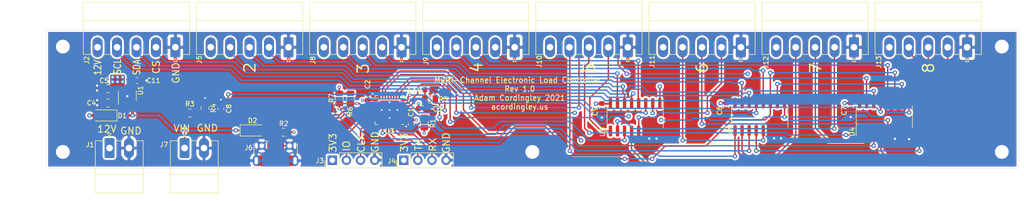
<source format=kicad_pcb>
(kicad_pcb (version 20171130) (host pcbnew "(5.1.2)-2")
  (layers (0 F.Cu signal) (1 In1.Cu signal) (2 In2.Cu signal) (31 B.Cu signal) (34 B.Paste user) (35 F.Paste user) (36 B.SilkS user) (37 F.SilkS user) (38 B.Mask user) (39 F.Mask user) (44 Edge.Cuts user))
  (net 0 "")
  (net 1 GND)
  (net 2 +3V3)
  (net 3 +12V)
  (net 4 /VIN_SNS)
  (net 5 /CS)
  (net 6 /SWDCLK)
  (net 7 /SWDIO)
  (net 8 /RX1)
  (net 9 /TX1)
  (net 10 /USB_D_P)
  (net 11 "Net-(J6-Pad4)")
  (net 12 /USB_D_N)
  (net 13 /VIN)
  (net 14 "Net-(R1-Pad2)")
  (net 15 "Net-(R5-Pad2)")
  (net 16 /I2C_SEL0)
  (net 17 /I2C_SEL1)
  (net 18 /I2C_SEL2)
  (net 19 /I2C_SCL)
  (net 20 "Net-(U3-Pad31)")
  (net 21 "Net-(U3-Pad28)")
  (net 22 "Net-(U3-Pad27)")
  (net 23 "Net-(U3-Pad25)")
  (net 24 /I2C_SDA)
  (net 25 "Net-(U3-Pad18)")
  (net 26 "Net-(U3-Pad13)")
  (net 27 "Net-(U3-Pad12)")
  (net 28 "Net-(U3-Pad11)")
  (net 29 /CS_SEL2)
  (net 30 /CS_SEL1)
  (net 31 /CS_SEL0)
  (net 32 "Net-(U3-Pad3)")
  (net 33 "Net-(U3-Pad2)")
  (net 34 /CS1)
  (net 35 /SDA1)
  (net 36 /SCL1)
  (net 37 /CS2)
  (net 38 /SDA2)
  (net 39 /SCL2)
  (net 40 /CS3)
  (net 41 /SDA3)
  (net 42 /SCL3)
  (net 43 /CS4)
  (net 44 /SDA4)
  (net 45 /SCL4)
  (net 46 /CS5)
  (net 47 /SDA5)
  (net 48 /SCL5)
  (net 49 /CS6)
  (net 50 /SDA6)
  (net 51 /SCL6)
  (net 52 /CS7)
  (net 53 /SDA7)
  (net 54 /SCL7)
  (net 55 /CS8)
  (net 56 /SDA8)
  (net 57 /SCL8)
  (net 58 "Net-(C11-Pad2)")
  (net 59 VCC)
  (net 60 "Net-(D2-Pad2)")
  (module Diode_SMD:D_SOD-123 (layer F.Cu) (at 87.15 93.125)
    (fp_text reference D2 (at 0 -1.775) (layer F.SilkS) (effects (font (size 0.85 0.85))))
    (fp_text value MBR0540)
    (pad 2 smd rect (at 1.65 0) (size 0.9 1.2) (layers F.Cu F.Paste F.Mask) (net 60 "Net-(D2-Pad2)"))
    (pad 1 smd rect (at -1.65 0) (size 0.9 1.2) (layers F.Cu F.Paste F.Mask) (net 59 VCC))
  )
  (module Diode_SMD:D_SOD-123 (layer F.Cu) (at 60.5 90.425 180)
    (fp_text reference D1 (at -3.2 -0.025) (layer F.SilkS) (effects (font (size 0.85 0.85))))
    (fp_text value MBR0540)
    (pad 2 smd rect (at 1.65 0 180) (size 0.9 1.2) (layers F.Cu F.Paste F.Mask) (net 3 +12V))
    (pad 1 smd rect (at -1.65 0 180) (size 0.9 1.2) (layers F.Cu F.Paste F.Mask) (net 59 VCC))
  )
  (module Package_TO_SOT_SMD:SOT-23-5 (layer F.Cu) (at 64.6 86.85 90)
    (fp_text reference U1 (at 0.95 2.375 90) (layer F.SilkS) (effects (font (size 0.85 0.85))))
    (fp_text value LP2985-3.3)
    (pad 5 smd rect (at 1.1 -0.95 90) (size 1.06 0.65) (layers F.Cu F.Paste F.Mask) (net 2 +3V3))
    (pad 4 smd rect (at 1.1 0.95 90) (size 1.06 0.65) (layers F.Cu F.Paste F.Mask) (net 58 "Net-(C11-Pad2)"))
    (pad 3 smd rect (at -1.1 0.95 90) (size 1.06 0.65) (layers F.Cu F.Paste F.Mask) (net 59 VCC))
    (pad 2 smd rect (at -1.1 0 90) (size 1.06 0.65) (layers F.Cu F.Paste F.Mask) (net 1 GND))
    (pad 1 smd rect (at -1.1 -0.95 90) (size 1.06 0.65) (layers F.Cu F.Paste F.Mask) (net 59 VCC))
  )
  (module Capacitor_SMD:C_0603_1608Metric (layer F.Cu) (at 66.3375 84.125 180)
    (fp_text reference C11 (at -2.9625 0) (layer F.SilkS) (effects (font (size 0.85 0.85))))
    (fp_text value 0.01u)
    (pad 2 smd roundrect (at 0.7875 0 180) (size 0.875 0.95) (layers F.Cu F.Paste F.Mask) (net 58 "Net-(C11-Pad2)"))
    (pad 1 smd roundrect (at -0.7875 0 180) (size 0.875 0.95) (layers F.Cu F.Paste F.Mask) (net 1 GND))
  )
  (module Resistor_SMD:R_0805_2012Metric (layer F.Cu) (at 102.75 87.35 270)
    (fp_text reference R7 (at -0.05 1.4 90) (layer F.SilkS) (effects (font (size 0.85 0.85))))
    (fp_text value 4.7k)
    (pad 2 smd roundrect (at 0.9375 0 270) (size 0.975 1.4) (layers F.Cu F.Paste F.Mask) (net 24 /I2C_SDA))
    (pad 1 smd roundrect (at -0.9375 0 270) (size 0.975 1.4) (layers F.Cu F.Paste F.Mask) (net 2 +3V3))
  )
  (module Resistor_SMD:R_0805_2012Metric (layer F.Cu) (at 104.75 87.35 270)
    (fp_text reference R6 (at 2.3 0.05 90) (layer F.SilkS) (effects (font (size 0.85 0.85))))
    (fp_text value 4.7k)
    (pad 2 smd roundrect (at 0.9375 0 270) (size 0.975 1.4) (layers F.Cu F.Paste F.Mask) (net 19 /I2C_SCL))
    (pad 1 smd roundrect (at -0.9375 0 270) (size 0.975 1.4) (layers F.Cu F.Paste F.Mask) (net 2 +3V3))
  )
  (module MountingHole:MountingHole_2.5mm_Pad (layer F.Cu) (at 137.5 97)
    (fp_text reference H5 hide)
    (fp_text value MountingHole_Pad)
    (pad 1 thru_hole circle (at 0 0) (size 5 5) (drill 2.5) (layers *.Cu *.Mask) (net 1 GND))
  )
  (module MountingHole:MountingHole_2.5mm_Pad (layer F.Cu) (at 222 97)
    (fp_text reference H4 hide)
    (fp_text value MountingHole_Pad)
    (pad 1 thru_hole circle (at 0 0) (size 5 5) (drill 2.5) (layers *.Cu *.Mask) (net 1 GND))
  )
  (module MountingHole:MountingHole_2.5mm_Pad (layer F.Cu) (at 222 78 90)
    (fp_text reference H3 hide)
    (fp_text value MountingHole_Pad)
    (pad 1 thru_hole circle (at 0 0 90) (size 5 5) (drill 2.5) (layers *.Cu *.Mask) (net 1 GND))
  )
  (module MountingHole:MountingHole_2.5mm_Pad (layer F.Cu) (at 53 78 90)
    (fp_text reference H2 hide)
    (fp_text value MountingHole_Pad)
    (pad 1 thru_hole circle (at 0 0 90) (size 5 5) (drill 2.5) (layers *.Cu *.Mask) (net 1 GND))
  )
  (module MountingHole:MountingHole_2.5mm_Pad (layer F.Cu) (at 53 97)
    (fp_text reference H1 hide)
    (fp_text value MountingHole_Pad)
    (pad 1 thru_hole circle (at 0 0) (size 5 5) (drill 2.5) (layers *.Cu *.Mask) (net 1 GND))
  )
  (module Connector_Phoenix_MC:PhoenixContact_MC_1,5_5-G-3.5_1x05_P3.50mm_Horizontal (layer F.Cu) (at 215.75 78.115 180)
    (fp_text reference J13 (at 15.9 -2.685 90) (layer F.SilkS) (effects (font (size 0.85 0.85))))
    (fp_text value 1844249)
    (pad 5 thru_hole oval (at 14 0 180) (size 1.8 3.6) (drill 1.2) (layers *.Cu *.Mask) (net 3 +12V))
    (pad 4 thru_hole oval (at 10.5 0 180) (size 1.8 3.6) (drill 1.2) (layers *.Cu *.Mask) (net 57 /SCL8))
    (pad 3 thru_hole oval (at 7 0 180) (size 1.8 3.6) (drill 1.2) (layers *.Cu *.Mask) (net 56 /SDA8))
    (pad 2 thru_hole oval (at 3.5 0 180) (size 1.8 3.6) (drill 1.2) (layers *.Cu *.Mask) (net 55 /CS8))
    (pad 1 thru_hole roundrect (at 0 0 180) (size 1.8 3.6) (drill 1.2) (layers *.Cu *.Mask) (roundrect_rratio 0.138889) (net 1 GND))
  )
  (module Connector_Phoenix_MC:PhoenixContact_MC_1,5_5-G-3.5_1x05_P3.50mm_Horizontal (layer F.Cu) (at 195.392852 78.115 180)
    (fp_text reference J12 (at 15.842852 -2.735 90) (layer F.SilkS) (effects (font (size 0.85 0.85))))
    (fp_text value 1844249)
    (pad 5 thru_hole oval (at 14 0 180) (size 1.8 3.6) (drill 1.2) (layers *.Cu *.Mask) (net 3 +12V))
    (pad 4 thru_hole oval (at 10.5 0 180) (size 1.8 3.6) (drill 1.2) (layers *.Cu *.Mask) (net 54 /SCL7))
    (pad 3 thru_hole oval (at 7 0 180) (size 1.8 3.6) (drill 1.2) (layers *.Cu *.Mask) (net 53 /SDA7))
    (pad 2 thru_hole oval (at 3.5 0 180) (size 1.8 3.6) (drill 1.2) (layers *.Cu *.Mask) (net 52 /CS7))
    (pad 1 thru_hole roundrect (at 0 0 180) (size 1.8 3.6) (drill 1.2) (layers *.Cu *.Mask) (roundrect_rratio 0.138889) (net 1 GND))
  )
  (module Connector_Phoenix_MC:PhoenixContact_MC_1,5_5-G-3.5_1x05_P3.50mm_Horizontal (layer F.Cu) (at 175.03571 78.115 180)
    (fp_text reference J11 (at 15.98571 -2.585 90) (layer F.SilkS) (effects (font (size 0.85 0.85))))
    (fp_text value 1844249)
    (pad 5 thru_hole oval (at 14 0 180) (size 1.8 3.6) (drill 1.2) (layers *.Cu *.Mask) (net 3 +12V))
    (pad 4 thru_hole oval (at 10.5 0 180) (size 1.8 3.6) (drill 1.2) (layers *.Cu *.Mask) (net 51 /SCL6))
    (pad 3 thru_hole oval (at 7 0 180) (size 1.8 3.6) (drill 1.2) (layers *.Cu *.Mask) (net 50 /SDA6))
    (pad 2 thru_hole oval (at 3.5 0 180) (size 1.8 3.6) (drill 1.2) (layers *.Cu *.Mask) (net 49 /CS6))
    (pad 1 thru_hole roundrect (at 0 0 180) (size 1.8 3.6) (drill 1.2) (layers *.Cu *.Mask) (roundrect_rratio 0.138889) (net 1 GND))
  )
  (module Connector_Phoenix_MC:PhoenixContact_MC_1,5_5-G-3.5_1x05_P3.50mm_Horizontal (layer F.Cu) (at 154.678568 78.115 180)
    (fp_text reference J10 (at 15.928568 -2.585 90) (layer F.SilkS) (effects (font (size 0.85 0.85))))
    (fp_text value 1844249)
    (pad 5 thru_hole oval (at 14 0 180) (size 1.8 3.6) (drill 1.2) (layers *.Cu *.Mask) (net 3 +12V))
    (pad 4 thru_hole oval (at 10.5 0 180) (size 1.8 3.6) (drill 1.2) (layers *.Cu *.Mask) (net 48 /SCL5))
    (pad 3 thru_hole oval (at 7 0 180) (size 1.8 3.6) (drill 1.2) (layers *.Cu *.Mask) (net 47 /SDA5))
    (pad 2 thru_hole oval (at 3.5 0 180) (size 1.8 3.6) (drill 1.2) (layers *.Cu *.Mask) (net 46 /CS5))
    (pad 1 thru_hole roundrect (at 0 0 180) (size 1.8 3.6) (drill 1.2) (layers *.Cu *.Mask) (roundrect_rratio 0.138889) (net 1 GND))
  )
  (module Connector_Phoenix_MC:PhoenixContact_MC_1,5_5-G-3.5_1x05_P3.50mm_Horizontal (layer F.Cu) (at 134.321426 78.115 180)
    (fp_text reference J9 (at 15.971426 -2.485 90) (layer F.SilkS) (effects (font (size 0.85 0.85))))
    (fp_text value 1844249)
    (pad 5 thru_hole oval (at 14 0 180) (size 1.8 3.6) (drill 1.2) (layers *.Cu *.Mask) (net 3 +12V))
    (pad 4 thru_hole oval (at 10.5 0 180) (size 1.8 3.6) (drill 1.2) (layers *.Cu *.Mask) (net 45 /SCL4))
    (pad 3 thru_hole oval (at 7 0 180) (size 1.8 3.6) (drill 1.2) (layers *.Cu *.Mask) (net 44 /SDA4))
    (pad 2 thru_hole oval (at 3.5 0 180) (size 1.8 3.6) (drill 1.2) (layers *.Cu *.Mask) (net 43 /CS4))
    (pad 1 thru_hole roundrect (at 0 0 180) (size 1.8 3.6) (drill 1.2) (layers *.Cu *.Mask) (roundrect_rratio 0.138889) (net 1 GND))
  )
  (module Connector_Phoenix_MC:PhoenixContact_MC_1,5_5-G-3.5_1x05_P3.50mm_Horizontal (layer F.Cu) (at 113.964284 78.115 180)
    (fp_text reference J8 (at 15.964284 -2.335 90) (layer F.SilkS) (effects (font (size 0.85 0.85))))
    (fp_text value 1844249)
    (pad 5 thru_hole oval (at 14 0 180) (size 1.8 3.6) (drill 1.2) (layers *.Cu *.Mask) (net 3 +12V))
    (pad 4 thru_hole oval (at 10.5 0 180) (size 1.8 3.6) (drill 1.2) (layers *.Cu *.Mask) (net 42 /SCL3))
    (pad 3 thru_hole oval (at 7 0 180) (size 1.8 3.6) (drill 1.2) (layers *.Cu *.Mask) (net 41 /SDA3))
    (pad 2 thru_hole oval (at 3.5 0 180) (size 1.8 3.6) (drill 1.2) (layers *.Cu *.Mask) (net 40 /CS3))
    (pad 1 thru_hole roundrect (at 0 0 180) (size 1.8 3.6) (drill 1.2) (layers *.Cu *.Mask) (roundrect_rratio 0.138889) (net 1 GND))
  )
  (module Connector_Phoenix_MC:PhoenixContact_MC_1,5_5-G-3.5_1x05_P3.50mm_Horizontal (layer F.Cu) (at 93.607142 78.115 180)
    (fp_text reference J5 (at 16.057142 -2.235 90) (layer F.SilkS) (effects (font (size 0.85 0.85))))
    (fp_text value 1844249)
    (pad 5 thru_hole oval (at 14 0 180) (size 1.8 3.6) (drill 1.2) (layers *.Cu *.Mask) (net 3 +12V))
    (pad 4 thru_hole oval (at 10.5 0 180) (size 1.8 3.6) (drill 1.2) (layers *.Cu *.Mask) (net 39 /SCL2))
    (pad 3 thru_hole oval (at 7 0 180) (size 1.8 3.6) (drill 1.2) (layers *.Cu *.Mask) (net 38 /SDA2))
    (pad 2 thru_hole oval (at 3.5 0 180) (size 1.8 3.6) (drill 1.2) (layers *.Cu *.Mask) (net 37 /CS2))
    (pad 1 thru_hole roundrect (at 0 0 180) (size 1.8 3.6) (drill 1.2) (layers *.Cu *.Mask) (roundrect_rratio 0.138889) (net 1 GND))
  )
  (module Connector_Phoenix_MC:PhoenixContact_MC_1,5_5-G-3.5_1x05_P3.50mm_Horizontal (layer F.Cu) (at 73.25 78.115 180)
    (fp_text reference J2 (at 15.95 -2.335 90) (layer F.SilkS) (effects (font (size 0.85 0.85))))
    (fp_text value 1844249)
    (pad 5 thru_hole oval (at 14 0 180) (size 1.8 3.6) (drill 1.2) (layers *.Cu *.Mask) (net 3 +12V))
    (pad 4 thru_hole oval (at 10.5 0 180) (size 1.8 3.6) (drill 1.2) (layers *.Cu *.Mask) (net 36 /SCL1))
    (pad 3 thru_hole oval (at 7 0 180) (size 1.8 3.6) (drill 1.2) (layers *.Cu *.Mask) (net 35 /SDA1))
    (pad 2 thru_hole oval (at 3.5 0 180) (size 1.8 3.6) (drill 1.2) (layers *.Cu *.Mask) (net 34 /CS1))
    (pad 1 thru_hole roundrect (at 0 0 180) (size 1.8 3.6) (drill 1.2) (layers *.Cu *.Mask) (roundrect_rratio 0.138889) (net 1 GND))
  )
  (module Package_SO:SOIC-16_3.9x9.9mm_P1.27mm (layer F.Cu) (at 156 90.75 90)
    (fp_text reference U5 (at -2.65 -5.85 90) (layer F.SilkS) (effects (font (size 0.85 0.85))))
    (fp_text value 74HC4051)
    (pad 16 smd roundrect (at 2.475 -4.445 90) (size 1.95 0.6) (layers F.Cu F.Paste F.Mask) (net 2 +3V3))
    (pad 15 smd roundrect (at 2.475 -3.175 90) (size 1.95 0.6) (layers F.Cu F.Paste F.Mask) (net 40 /CS3))
    (pad 14 smd roundrect (at 2.475 -1.905 90) (size 1.95 0.6) (layers F.Cu F.Paste F.Mask) (net 37 /CS2))
    (pad 13 smd roundrect (at 2.475 -0.635 90) (size 1.95 0.6) (layers F.Cu F.Paste F.Mask) (net 34 /CS1))
    (pad 12 smd roundrect (at 2.475 0.635 90) (size 1.95 0.6) (layers F.Cu F.Paste F.Mask) (net 43 /CS4))
    (pad 11 smd roundrect (at 2.475 1.905 90) (size 1.95 0.6) (layers F.Cu F.Paste F.Mask) (net 31 /CS_SEL0))
    (pad 10 smd roundrect (at 2.475 3.175 90) (size 1.95 0.6) (layers F.Cu F.Paste F.Mask) (net 30 /CS_SEL1))
    (pad 9 smd roundrect (at 2.475 4.445 90) (size 1.95 0.6) (layers F.Cu F.Paste F.Mask) (net 29 /CS_SEL2))
    (pad 8 smd roundrect (at -2.475 4.445 90) (size 1.95 0.6) (layers F.Cu F.Paste F.Mask) (net 1 GND))
    (pad 7 smd roundrect (at -2.475 3.175 90) (size 1.95 0.6) (layers F.Cu F.Paste F.Mask) (net 1 GND))
    (pad 6 smd roundrect (at -2.475 1.905 90) (size 1.95 0.6) (layers F.Cu F.Paste F.Mask) (net 1 GND))
    (pad 5 smd roundrect (at -2.475 0.635 90) (size 1.95 0.6) (layers F.Cu F.Paste F.Mask) (net 49 /CS6))
    (pad 4 smd roundrect (at -2.475 -0.635 90) (size 1.95 0.6) (layers F.Cu F.Paste F.Mask) (net 55 /CS8))
    (pad 3 smd roundrect (at -2.475 -1.905 90) (size 1.95 0.6) (layers F.Cu F.Paste F.Mask) (net 15 "Net-(R5-Pad2)"))
    (pad 2 smd roundrect (at -2.475 -3.175 90) (size 1.95 0.6) (layers F.Cu F.Paste F.Mask) (net 52 /CS7))
    (pad 1 smd roundrect (at -2.475 -4.445 90) (size 1.95 0.6) (layers F.Cu F.Paste F.Mask) (net 46 /CS5))
  )
  (module Package_SO:SOIC-16_3.9x9.9mm_P1.27mm (layer F.Cu) (at 200.85 90.65 90)
    (fp_text reference U4 (at -2.7 -5.75 90) (layer F.SilkS) (effects (font (size 0.85 0.85))))
    (fp_text value 74HC4051)
    (pad 16 smd roundrect (at 2.475 -4.445 90) (size 1.95 0.6) (layers F.Cu F.Paste F.Mask) (net 2 +3V3))
    (pad 15 smd roundrect (at 2.475 -3.175 90) (size 1.95 0.6) (layers F.Cu F.Paste F.Mask) (net 41 /SDA3))
    (pad 14 smd roundrect (at 2.475 -1.905 90) (size 1.95 0.6) (layers F.Cu F.Paste F.Mask) (net 38 /SDA2))
    (pad 13 smd roundrect (at 2.475 -0.635 90) (size 1.95 0.6) (layers F.Cu F.Paste F.Mask) (net 35 /SDA1))
    (pad 12 smd roundrect (at 2.475 0.635 90) (size 1.95 0.6) (layers F.Cu F.Paste F.Mask) (net 44 /SDA4))
    (pad 11 smd roundrect (at 2.475 1.905 90) (size 1.95 0.6) (layers F.Cu F.Paste F.Mask) (net 16 /I2C_SEL0))
    (pad 10 smd roundrect (at 2.475 3.175 90) (size 1.95 0.6) (layers F.Cu F.Paste F.Mask) (net 17 /I2C_SEL1))
    (pad 9 smd roundrect (at 2.475 4.445 90) (size 1.95 0.6) (layers F.Cu F.Paste F.Mask) (net 18 /I2C_SEL2))
    (pad 8 smd roundrect (at -2.475 4.445 90) (size 1.95 0.6) (layers F.Cu F.Paste F.Mask) (net 1 GND))
    (pad 7 smd roundrect (at -2.475 3.175 90) (size 1.95 0.6) (layers F.Cu F.Paste F.Mask) (net 1 GND))
    (pad 6 smd roundrect (at -2.475 1.905 90) (size 1.95 0.6) (layers F.Cu F.Paste F.Mask) (net 1 GND))
    (pad 5 smd roundrect (at -2.475 0.635 90) (size 1.95 0.6) (layers F.Cu F.Paste F.Mask) (net 50 /SDA6))
    (pad 4 smd roundrect (at -2.475 -0.635 90) (size 1.95 0.6) (layers F.Cu F.Paste F.Mask) (net 56 /SDA8))
    (pad 3 smd roundrect (at -2.475 -1.905 90) (size 1.95 0.6) (layers F.Cu F.Paste F.Mask) (net 24 /I2C_SDA))
    (pad 2 smd roundrect (at -2.475 -3.175 90) (size 1.95 0.6) (layers F.Cu F.Paste F.Mask) (net 53 /SDA7))
    (pad 1 smd roundrect (at -2.475 -4.445 90) (size 1.95 0.6) (layers F.Cu F.Paste F.Mask) (net 47 /SDA5))
  )
  (module Package_DFN_QFN:QFN-32-1EP_5x5mm_P0.5mm_EP3.45x3.45mm (layer F.Cu) (at 111.8 89.45 180)
    (fp_text reference U3 (at 0 -3.82) (layer F.SilkS) (effects (font (size 0.85 0.85))))
    (fp_text value STM32L432KCUx)
    (pad 32 smd roundrect (at -1.75 -2.4375 180) (size 0.25 0.875) (layers F.Cu F.Paste F.Mask) (net 1 GND))
    (pad 31 smd roundrect (at -1.25 -2.4375 180) (size 0.25 0.875) (layers F.Cu F.Paste F.Mask) (net 20 "Net-(U3-Pad31)"))
    (pad 30 smd roundrect (at -0.75 -2.4375 180) (size 0.25 0.875) (layers F.Cu F.Paste F.Mask) (net 8 /RX1))
    (pad 29 smd roundrect (at -0.25 -2.4375 180) (size 0.25 0.875) (layers F.Cu F.Paste F.Mask) (net 9 /TX1))
    (pad 28 smd roundrect (at 0.25 -2.4375 180) (size 0.25 0.875) (layers F.Cu F.Paste F.Mask) (net 21 "Net-(U3-Pad28)"))
    (pad 27 smd roundrect (at 0.75 -2.4375 180) (size 0.25 0.875) (layers F.Cu F.Paste F.Mask) (net 22 "Net-(U3-Pad27)"))
    (pad 26 smd roundrect (at 1.25 -2.4375 180) (size 0.25 0.875) (layers F.Cu F.Paste F.Mask) (net 18 /I2C_SEL2))
    (pad 25 smd roundrect (at 1.75 -2.4375 180) (size 0.25 0.875) (layers F.Cu F.Paste F.Mask) (net 23 "Net-(U3-Pad25)"))
    (pad 24 smd roundrect (at 2.4375 -1.75 180) (size 0.875 0.25) (layers F.Cu F.Paste F.Mask) (net 6 /SWDCLK))
    (pad 23 smd roundrect (at 2.4375 -1.25 180) (size 0.875 0.25) (layers F.Cu F.Paste F.Mask) (net 7 /SWDIO))
    (pad 22 smd roundrect (at 2.4375 -0.75 180) (size 0.875 0.25) (layers F.Cu F.Paste F.Mask) (net 10 /USB_D_P))
    (pad 21 smd roundrect (at 2.4375 -0.25 180) (size 0.875 0.25) (layers F.Cu F.Paste F.Mask) (net 12 /USB_D_N))
    (pad 20 smd roundrect (at 2.4375 0.25 180) (size 0.875 0.25) (layers F.Cu F.Paste F.Mask) (net 24 /I2C_SDA))
    (pad 19 smd roundrect (at 2.4375 0.75 180) (size 0.875 0.25) (layers F.Cu F.Paste F.Mask) (net 19 /I2C_SCL))
    (pad 18 smd roundrect (at 2.4375 1.25 180) (size 0.875 0.25) (layers F.Cu F.Paste F.Mask) (net 25 "Net-(U3-Pad18)"))
    (pad 17 smd roundrect (at 2.4375 1.75 180) (size 0.875 0.25) (layers F.Cu F.Paste F.Mask) (net 2 +3V3))
    (pad 16 smd roundrect (at 1.75 2.4375 180) (size 0.25 0.875) (layers F.Cu F.Paste F.Mask) (net 1 GND))
    (pad 15 smd roundrect (at 1.25 2.4375 180) (size 0.25 0.875) (layers F.Cu F.Paste F.Mask) (net 17 /I2C_SEL1))
    (pad 14 smd roundrect (at 0.75 2.4375 180) (size 0.25 0.875) (layers F.Cu F.Paste F.Mask) (net 16 /I2C_SEL0))
    (pad 13 smd roundrect (at 0.25 2.4375 180) (size 0.25 0.875) (layers F.Cu F.Paste F.Mask) (net 26 "Net-(U3-Pad13)"))
    (pad 12 smd roundrect (at -0.25 2.4375 180) (size 0.25 0.875) (layers F.Cu F.Paste F.Mask) (net 27 "Net-(U3-Pad12)"))
    (pad 11 smd roundrect (at -0.75 2.4375 180) (size 0.25 0.875) (layers F.Cu F.Paste F.Mask) (net 28 "Net-(U3-Pad11)"))
    (pad 10 smd roundrect (at -1.25 2.4375 180) (size 0.25 0.875) (layers F.Cu F.Paste F.Mask) (net 29 /CS_SEL2))
    (pad 9 smd roundrect (at -1.75 2.4375 180) (size 0.25 0.875) (layers F.Cu F.Paste F.Mask) (net 30 /CS_SEL1))
    (pad 8 smd roundrect (at -2.4375 1.75 180) (size 0.875 0.25) (layers F.Cu F.Paste F.Mask) (net 31 /CS_SEL0))
    (pad 7 smd roundrect (at -2.4375 1.25 180) (size 0.875 0.25) (layers F.Cu F.Paste F.Mask) (net 4 /VIN_SNS))
    (pad 6 smd roundrect (at -2.4375 0.75 180) (size 0.875 0.25) (layers F.Cu F.Paste F.Mask) (net 5 /CS))
    (pad 5 smd roundrect (at -2.4375 0.25 180) (size 0.875 0.25) (layers F.Cu F.Paste F.Mask) (net 2 +3V3))
    (pad 4 smd roundrect (at -2.4375 -0.25 180) (size 0.875 0.25) (layers F.Cu F.Paste F.Mask) (net 14 "Net-(R1-Pad2)"))
    (pad 3 smd roundrect (at -2.4375 -0.75 180) (size 0.875 0.25) (layers F.Cu F.Paste F.Mask) (net 32 "Net-(U3-Pad3)"))
    (pad 2 smd roundrect (at -2.4375 -1.25 180) (size 0.875 0.25) (layers F.Cu F.Paste F.Mask) (net 33 "Net-(U3-Pad2)"))
    (pad 1 smd roundrect (at -2.4375 -1.75 180) (size 0.875 0.25) (layers F.Cu F.Paste F.Mask) (net 2 +3V3))
    (pad 33 smd roundrect (at 0 0 180) (size 3.45 3.45) (layers F.Cu F.Mask) (roundrect_rratio 0.072464) (net 1 GND))
  )
  (module Package_SO:SOIC-16_3.9x9.9mm_P1.27mm (layer F.Cu) (at 178.425 90.65 90)
    (fp_text reference U2 (at -2.5 -5.775 90) (layer F.SilkS) (effects (font (size 0.85 0.85))))
    (fp_text value 74HC4051)
    (pad 16 smd roundrect (at 2.475 -4.445 90) (size 1.95 0.6) (layers F.Cu F.Paste F.Mask) (net 2 +3V3))
    (pad 15 smd roundrect (at 2.475 -3.175 90) (size 1.95 0.6) (layers F.Cu F.Paste F.Mask) (net 42 /SCL3))
    (pad 14 smd roundrect (at 2.475 -1.905 90) (size 1.95 0.6) (layers F.Cu F.Paste F.Mask) (net 39 /SCL2))
    (pad 13 smd roundrect (at 2.475 -0.635 90) (size 1.95 0.6) (layers F.Cu F.Paste F.Mask) (net 36 /SCL1))
    (pad 12 smd roundrect (at 2.475 0.635 90) (size 1.95 0.6) (layers F.Cu F.Paste F.Mask) (net 45 /SCL4))
    (pad 11 smd roundrect (at 2.475 1.905 90) (size 1.95 0.6) (layers F.Cu F.Paste F.Mask) (net 16 /I2C_SEL0))
    (pad 10 smd roundrect (at 2.475 3.175 90) (size 1.95 0.6) (layers F.Cu F.Paste F.Mask) (net 17 /I2C_SEL1))
    (pad 9 smd roundrect (at 2.475 4.445 90) (size 1.95 0.6) (layers F.Cu F.Paste F.Mask) (net 18 /I2C_SEL2))
    (pad 8 smd roundrect (at -2.475 4.445 90) (size 1.95 0.6) (layers F.Cu F.Paste F.Mask) (net 1 GND))
    (pad 7 smd roundrect (at -2.475 3.175 90) (size 1.95 0.6) (layers F.Cu F.Paste F.Mask) (net 1 GND))
    (pad 6 smd roundrect (at -2.475 1.905 90) (size 1.95 0.6) (layers F.Cu F.Paste F.Mask) (net 1 GND))
    (pad 5 smd roundrect (at -2.475 0.635 90) (size 1.95 0.6) (layers F.Cu F.Paste F.Mask) (net 51 /SCL6))
    (pad 4 smd roundrect (at -2.475 -0.635 90) (size 1.95 0.6) (layers F.Cu F.Paste F.Mask) (net 57 /SCL8))
    (pad 3 smd roundrect (at -2.475 -1.905 90) (size 1.95 0.6) (layers F.Cu F.Paste F.Mask) (net 19 /I2C_SCL))
    (pad 2 smd roundrect (at -2.475 -3.175 90) (size 1.95 0.6) (layers F.Cu F.Paste F.Mask) (net 54 /SCL7))
    (pad 1 smd roundrect (at -2.475 -4.445 90) (size 1.95 0.6) (layers F.Cu F.Paste F.Mask) (net 48 /SCL5))
  )
  (module Resistor_SMD:R_0805_2012Metric (layer F.Cu) (at 119.1 87.45)
    (fp_text reference R5 (at 2.35 0.05) (layer F.SilkS) (effects (font (size 0.85 0.85))))
    (fp_text value 1.5k)
    (pad 2 smd roundrect (at 0.9375 0) (size 0.975 1.4) (layers F.Cu F.Paste F.Mask) (net 15 "Net-(R5-Pad2)"))
    (pad 1 smd roundrect (at -0.9375 0) (size 0.975 1.4) (layers F.Cu F.Paste F.Mask) (net 5 /CS))
  )
  (module Resistor_SMD:R_0805_2012Metric (layer F.Cu) (at 78.6 89.1 270)
    (fp_text reference R4 (at 0 -1.5 90) (layer F.SilkS) (effects (font (size 0.85 0.85))))
    (fp_text value 6.8k)
    (pad 2 smd roundrect (at 0.9375 0 270) (size 0.975 1.4) (layers F.Cu F.Paste F.Mask) (net 4 /VIN_SNS))
    (pad 1 smd roundrect (at -0.9375 0 270) (size 0.975 1.4) (layers F.Cu F.Paste F.Mask) (net 1 GND))
  )
  (module Resistor_SMD:R_0805_2012Metric (layer F.Cu) (at 75.85 90)
    (fp_text reference R3 (at 0 -1.65) (layer F.SilkS) (effects (font (size 0.85 0.85))))
    (fp_text value 100k)
    (pad 2 smd roundrect (at 0.9375 0) (size 0.975 1.4) (layers F.Cu F.Paste F.Mask) (net 4 /VIN_SNS))
    (pad 1 smd roundrect (at -0.9375 0) (size 0.975 1.4) (layers F.Cu F.Paste F.Mask) (net 13 /VIN))
  )
  (module Resistor_SMD:R_0805_2012Metric (layer F.Cu) (at 92.7 93.45 180)
    (fp_text reference R2 (at -0.05 1.55) (layer F.SilkS) (effects (font (size 0.85 0.85))))
    (fp_text value 1.5k)
    (pad 2 smd roundrect (at 0.9375 0 180) (size 0.975 1.4) (layers F.Cu F.Paste F.Mask) (net 10 /USB_D_P))
    (pad 1 smd roundrect (at -0.9375 0 180) (size 0.975 1.4) (layers F.Cu F.Paste F.Mask) (net 2 +3V3))
  )
  (module Resistor_SMD:R_0805_2012Metric (layer F.Cu) (at 118.05 91.7 90)
    (fp_text reference R1 (at -0.15 1.55 90) (layer F.SilkS) (effects (font (size 0.85 0.85))))
    (fp_text value 1.5k)
    (pad 2 smd roundrect (at 0.9375 0 90) (size 0.975 1.4) (layers F.Cu F.Paste F.Mask) (net 14 "Net-(R1-Pad2)"))
    (pad 1 smd roundrect (at -0.9375 0 90) (size 0.975 1.4) (layers F.Cu F.Paste F.Mask) (net 2 +3V3))
  )
  (module Connector_Phoenix_MC:PhoenixContact_MC_1,5_2-G-3.5_1x02_P3.50mm_Horizontal (layer F.Cu) (at 74.9 96.3)
    (fp_text reference J7 (at -3.7 -0.6) (layer F.SilkS) (effects (font (size 0.85 0.85))))
    (fp_text value 1844210)
    (pad 2 thru_hole oval (at 3.5 0) (size 1.8 3.6) (drill 1.2) (layers *.Cu *.Mask) (net 1 GND))
    (pad 1 thru_hole roundrect (at 0 0) (size 1.8 3.6) (drill 1.2) (layers *.Cu *.Mask) (roundrect_rratio 0.138889) (net 13 /VIN))
  )
  (module Connector_USB:USB_Micro-B_Molex-105017-0001 (layer F.Cu) (at 91.3 97.35)
    (fp_text reference J6 (at -4.85 -1.1) (layer F.SilkS) (effects (font (size 0.85 0.85))))
    (fp_text value USB_B_Micro)
    (pad 6 smd rect (at -2.9 1.2375) (size 1.2 1.9) (layers F.Cu F.Mask) (net 1 GND))
    (pad 6 smd rect (at 2.9 1.2375) (size 1.2 1.9) (layers F.Cu F.Mask) (net 1 GND))
    (pad 6 thru_hole oval (at 3.5 1.2375) (size 1.2 1.9) (drill oval 0.6 1.3) (layers *.Cu *.Mask) (net 1 GND))
    (pad 6 thru_hole oval (at -3.5 1.2375 180) (size 1.2 1.9) (drill oval 0.6 1.3) (layers *.Cu *.Mask) (net 1 GND))
    (pad 6 smd rect (at -1 1.2375) (size 1.5 1.9) (layers F.Cu F.Paste F.Mask) (net 1 GND))
    (pad 6 thru_hole circle (at 2.5 -1.4625) (size 1.45 1.45) (drill 0.85) (layers *.Cu *.Mask) (net 1 GND))
    (pad 3 smd rect (at 0 -1.4625) (size 0.4 1.35) (layers F.Cu F.Paste F.Mask) (net 10 /USB_D_P))
    (pad 4 smd rect (at 0.65 -1.4625) (size 0.4 1.35) (layers F.Cu F.Paste F.Mask) (net 11 "Net-(J6-Pad4)"))
    (pad 5 smd rect (at 1.3 -1.4625) (size 0.4 1.35) (layers F.Cu F.Paste F.Mask) (net 1 GND))
    (pad 1 smd rect (at -1.3 -1.4625) (size 0.4 1.35) (layers F.Cu F.Paste F.Mask) (net 60 "Net-(D2-Pad2)"))
    (pad 2 smd rect (at -0.65 -1.4625) (size 0.4 1.35) (layers F.Cu F.Paste F.Mask) (net 12 /USB_D_N))
    (pad 6 thru_hole circle (at -2.5 -1.4625) (size 1.45 1.45) (drill 0.85) (layers *.Cu *.Mask) (net 1 GND))
    (pad 6 smd rect (at 1 1.2375) (size 1.5 1.9) (layers F.Cu F.Paste F.Mask) (net 1 GND))
  )
  (module Connector_PinHeader_2.54mm:PinHeader_1x04_P2.54mm_Vertical (layer F.Cu) (at 114.35 98.5 90)
    (fp_text reference J4 (at -0.15 -2.15 180) (layer F.SilkS) (effects (font (size 0.85 0.85))))
    (fp_text value Conn_01x04_Male)
    (pad 4 thru_hole oval (at 0 7.62 90) (size 1.7 1.7) (drill 1) (layers *.Cu *.Mask) (net 1 GND))
    (pad 3 thru_hole oval (at 0 5.08 90) (size 1.7 1.7) (drill 1) (layers *.Cu *.Mask) (net 8 /RX1))
    (pad 2 thru_hole oval (at 0 2.54 90) (size 1.7 1.7) (drill 1) (layers *.Cu *.Mask) (net 9 /TX1))
    (pad 1 thru_hole rect (at 0 0 90) (size 1.7 1.7) (drill 1) (layers *.Cu *.Mask) (net 2 +3V3))
  )
  (module Connector_PinHeader_2.54mm:PinHeader_1x04_P2.54mm_Vertical (layer F.Cu) (at 101.5 98.5 90)
    (fp_text reference J3 (at -0.1 -2.25 180) (layer F.SilkS) (effects (font (size 0.85 0.85))))
    (fp_text value Conn_01x04_Male)
    (pad 4 thru_hole oval (at 0 7.62 90) (size 1.7 1.7) (drill 1) (layers *.Cu *.Mask) (net 1 GND))
    (pad 3 thru_hole oval (at 0 5.08 90) (size 1.7 1.7) (drill 1) (layers *.Cu *.Mask) (net 6 /SWDCLK))
    (pad 2 thru_hole oval (at 0 2.54 90) (size 1.7 1.7) (drill 1) (layers *.Cu *.Mask) (net 7 /SWDIO))
    (pad 1 thru_hole rect (at 0 0 90) (size 1.7 1.7) (drill 1) (layers *.Cu *.Mask) (net 2 +3V3))
  )
  (module Connector_Phoenix_MC:PhoenixContact_MC_1,5_2-G-3.5_1x02_P3.50mm_Horizontal (layer F.Cu) (at 61.4 96.3)
    (fp_text reference J1 (at -3.5 -0.6) (layer F.SilkS) (effects (font (size 0.85 0.85))))
    (fp_text value Conn_01x02_Male)
    (pad 2 thru_hole oval (at 3.5 0) (size 1.8 3.6) (drill 1.2) (layers *.Cu *.Mask) (net 1 GND))
    (pad 1 thru_hole roundrect (at 0 0) (size 1.8 3.6) (drill 1.2) (layers *.Cu *.Mask) (roundrect_rratio 0.138889) (net 3 +12V))
  )
  (module Capacitor_SMD:C_0603_1608Metric (layer F.Cu) (at 118.95 85.8 180)
    (fp_text reference C10 (at 2.6 -0.05) (layer F.SilkS) (effects (font (size 0.85 0.85))))
    (fp_text value 0.01u)
    (pad 2 smd roundrect (at 0.7875 0 180) (size 0.875 0.95) (layers F.Cu F.Paste F.Mask) (net 5 /CS))
    (pad 1 smd roundrect (at -0.7875 0 180) (size 0.875 0.95) (layers F.Cu F.Paste F.Mask) (net 1 GND))
  )
  (module Capacitor_SMD:C_0603_1608Metric (layer F.Cu) (at 150 89.05 90)
    (fp_text reference C9 (at -0.6 -1.2 90) (layer F.SilkS) (effects (font (size 0.85 0.85))))
    (fp_text value 0.1u)
    (pad 2 smd roundrect (at 0.7875 0 90) (size 0.875 0.95) (layers F.Cu F.Paste F.Mask) (net 2 +3V3))
    (pad 1 smd roundrect (at -0.7875 0 90) (size 0.875 0.95) (layers F.Cu F.Paste F.Mask) (net 1 GND))
  )
  (module Capacitor_SMD:C_0603_1608Metric (layer F.Cu) (at 81.45 89.2125 270)
    (fp_text reference C8 (at 0 -1.43 90) (layer F.SilkS) (effects (font (size 0.85 0.85))))
    (fp_text value 0.01u)
    (pad 2 smd roundrect (at 0.7875 0 270) (size 0.875 0.95) (layers F.Cu F.Paste F.Mask) (net 4 /VIN_SNS))
    (pad 1 smd roundrect (at -0.7875 0 270) (size 0.875 0.95) (layers F.Cu F.Paste F.Mask) (net 1 GND))
  )
  (module Capacitor_SMD:C_0603_1608Metric (layer F.Cu) (at 194.8 88.95 90)
    (fp_text reference C7 (at -0.65 -1.2 90) (layer F.SilkS) (effects (font (size 0.85 0.85))))
    (fp_text value 0.1u)
    (pad 2 smd roundrect (at 0.7875 0 90) (size 0.875 0.95) (layers F.Cu F.Paste F.Mask) (net 2 +3V3))
    (pad 1 smd roundrect (at -0.7875 0 90) (size 0.875 0.95) (layers F.Cu F.Paste F.Mask) (net 1 GND))
  )
  (module Capacitor_SMD:C_0603_1608Metric (layer F.Cu) (at 172.4 88.95 90)
    (fp_text reference C6 (at -0.6 -1.2 90) (layer F.SilkS) (effects (font (size 0.85 0.85))))
    (fp_text value 0.1u)
    (pad 2 smd roundrect (at 0.7875 0 90) (size 0.875 0.95) (layers F.Cu F.Paste F.Mask) (net 2 +3V3))
    (pad 1 smd roundrect (at -0.7875 0 90) (size 0.875 0.95) (layers F.Cu F.Paste F.Mask) (net 1 GND))
  )
  (module Capacitor_SMD:C_0805_2012Metric (layer F.Cu) (at 61.125 85.575 180)
    (fp_text reference C5 (at 0.7 1.45) (layer F.SilkS) (effects (font (size 0.85 0.85))))
    (fp_text value 4.7u)
    (pad 2 smd roundrect (at 0.9375 0 180) (size 0.975 1.4) (layers F.Cu F.Paste F.Mask) (net 1 GND))
    (pad 1 smd roundrect (at -0.9375 0 180) (size 0.975 1.4) (layers F.Cu F.Paste F.Mask) (net 2 +3V3))
  )
  (module Capacitor_SMD:C_0805_2012Metric (layer F.Cu) (at 61.125 88.175 180)
    (fp_text reference C4 (at 2.975 0) (layer F.SilkS) (effects (font (size 0.85 0.85))))
    (fp_text value 4.7u)
    (pad 2 smd roundrect (at 0.9375 0 180) (size 0.975 1.4) (layers F.Cu F.Paste F.Mask) (net 1 GND))
    (pad 1 smd roundrect (at -0.9375 0 180) (size 0.975 1.4) (layers F.Cu F.Paste F.Mask) (net 59 VCC))
  )
  (module Capacitor_SMD:C_0603_1608Metric (layer F.Cu) (at 117.8 89.2)
    (fp_text reference C3 (at 2.6 0.05) (layer F.SilkS) (effects (font (size 0.85 0.85))))
    (fp_text value 0.1u)
    (pad 2 smd roundrect (at 0.7875 0) (size 0.875 0.95) (layers F.Cu F.Paste F.Mask) (net 1 GND))
    (pad 1 smd roundrect (at -0.7875 0) (size 0.875 0.95) (layers F.Cu F.Paste F.Mask) (net 2 +3V3))
  )
  (module Capacitor_SMD:C_0603_1608Metric (layer F.Cu) (at 107.85 86.9 90)
    (fp_text reference C2 (at 2.1 0 90) (layer F.SilkS) (effects (font (size 0.85 0.85))))
    (fp_text value 0.1u)
    (pad 2 smd roundrect (at 0.7875 0 90) (size 0.875 0.95) (layers F.Cu F.Paste F.Mask) (net 1 GND))
    (pad 1 smd roundrect (at -0.7875 0 90) (size 0.875 0.95) (layers F.Cu F.Paste F.Mask) (net 2 +3V3))
  )
  (module Capacitor_SMD:C_0603_1608Metric (layer F.Cu) (at 115.7 92 270)
    (fp_text reference C1 (at -2.15 0.05 90) (layer F.SilkS) (effects (font (size 0.85 0.85))))
    (fp_text value 0.1u)
    (pad 2 smd roundrect (at 0.7875 0 270) (size 0.875 0.95) (layers F.Cu F.Paste F.Mask) (net 1 GND))
    (pad 1 smd roundrect (at -0.7875 0 270) (size 0.875 0.95) (layers F.Cu F.Paste F.Mask) (net 2 +3V3))
  )
  (gr_text "Multi-Channel Electronic Load Controller \nRev 1.0\nAdam Cordingley 2021\nacordingley.us" (at 135.225 86.45) (layer F.SilkS) (effects (font (size 1 0.95))))
  (gr_text GND (at 122 95.375 90) (layer F.SilkS) (effects (font (size 1.25 1.25) (thickness 0.18))))
  (gr_text RX (at 119.575 95.7 90) (layer F.SilkS) (effects (font (size 1.25 1.25) (thickness 0.18))))
  (gr_text TX (at 117.025 95.725 90) (layer F.SilkS) (effects (font (size 1.25 1.25) (thickness 0.18))))
  (gr_text CLK (at 106.7 95.375 90) (layer F.SilkS) (effects (font (size 1.25 1.25) (thickness 0.18))))
  (gr_text GND (at 109.2 95.2 90) (layer F.SilkS) (effects (font (size 1.25 1.25) (thickness 0.18))))
  (gr_text 3V3 (at 114.45 95.325 90) (layer F.SilkS) (effects (font (size 1.25 1.25) (thickness 0.18))))
  (gr_text IO (at 104.05 95.925 90) (layer F.SilkS) (effects (font (size 1.25 1.25) (thickness 0.18))))
  (gr_text 3V3 (at 101.6 95.35 90) (layer F.SilkS) (effects (font (size 1.25 1.25) (thickness 0.18))))
  (gr_text 8 (at 208.8 81.85 90) (layer F.SilkS) (effects (font (size 2 2) (thickness 0.25))))
  (gr_text 7 (at 188.5 81.85 90) (layer F.SilkS) (effects (font (size 2 2) (thickness 0.25))))
  (gr_text 6 (at 168.05 81.85 90) (layer F.SilkS) (effects (font (size 2 2) (thickness 0.25))))
  (gr_text 5 (at 147.75 81.85 90) (layer F.SilkS) (effects (font (size 2 2) (thickness 0.25))))
  (gr_text 4 (at 127.45 81.75 90) (layer F.SilkS) (effects (font (size 2 2) (thickness 0.25))))
  (gr_text 3 (at 107.05 81.95 90) (layer F.SilkS) (effects (font (size 2 2) (thickness 0.25))))
  (gr_text 2 (at 86.65 81.8 90) (layer F.SilkS) (effects (font (size 2 2) (thickness 0.25))))
  (gr_text CS (at 69.8 81.7 90) (layer F.SilkS) (effects (font (size 1.25 1.25) (thickness 0.18))))
  (gr_text SDA (at 66.3 81.725 90) (layer F.SilkS) (effects (font (size 1.25 1) (thickness 0.18))))
  (gr_text SCL (at 62.825 81.625 90) (layer F.SilkS) (effects (font (size 1.25 1) (thickness 0.18))))
  (gr_text GND (at 73.35 82.75 90) (layer F.SilkS) (effects (font (size 1.25 1.25) (thickness 0.18))))
  (gr_text 12V (at 59.275 81.775 90) (layer F.SilkS) (effects (font (size 1.25 1) (thickness 0.18))))
  (gr_text VIN (at 74.4 92.75) (layer F.SilkS) (effects (font (size 1.25 1.25) (thickness 0.18))))
  (gr_text GND (at 79 92.7) (layer F.SilkS) (effects (font (size 1.25 1.25) (thickness 0.18))))
  (gr_text GND (at 65.25 93.2) (layer F.SilkS) (effects (font (size 1.25 1.25) (thickness 0.18))))
  (gr_text 12V (at 60.925 92.875) (layer F.SilkS) (effects (font (size 1.25 1.25) (thickness 0.18))))
  (gr_line (start 50 100) (end 225 100) (layer Edge.Cuts) (width 0.05))
  (gr_line (start 50 75) (end 50 100) (layer Edge.Cuts) (width 0.05))
  (gr_line (start 225 75) (end 225 100) (layer Edge.Cuts) (width 0.05))
  (gr_line (start 50 75) (end 225 75) (layer Edge.Cuts) (width 0.05))
  (via (at 68.025 84.125) (size 0.8) (drill 0.4) (layers F.Cu B.Cu) (net 1))
  (via (at 173.425 90.375) (size 0.8) (drill 0.4) (layers F.Cu B.Cu) (net 1))
  (via (at 158.55 94.6) (size 0.8) (drill 0.4) (layers F.Cu B.Cu) (net 1))
  (via (at 159.85 94.6) (size 0.8) (drill 0.4) (layers F.Cu B.Cu) (net 1))
  (via (at 150 90.8) (size 0.8) (drill 0.4) (layers F.Cu B.Cu) (net 1))
  (via (at 182.25 94.55) (size 0.8) (drill 0.4) (layers F.Cu B.Cu) (net 1))
  (via (at 181 94.55) (size 0.8) (drill 0.4) (layers F.Cu B.Cu) (net 1))
  (via (at 194.8 90.7) (size 0.8) (drill 0.4) (layers F.Cu B.Cu) (net 1))
  (via (at 202.75 94.65) (size 0.8) (drill 0.4) (layers F.Cu B.Cu) (net 1))
  (via (at 205.3 94.7) (size 0.8) (drill 0.4) (layers F.Cu B.Cu) (net 1))
  (via (at 119.45 89.2) (size 0.6) (drill 0.3) (layers F.Cu B.Cu) (net 1))
  (via (at 120.65 85.8) (size 0.6) (drill 0.3) (layers F.Cu B.Cu) (net 1))
  (via (at 78.6 87.25) (size 0.6) (drill 0.3) (layers F.Cu B.Cu) (net 1))
  (via (at 81.45 87.55) (size 0.6) (drill 0.3) (layers F.Cu B.Cu) (net 1))
  (via (at 108.75 86.5) (size 0.6) (drill 0.3) (layers F.Cu B.Cu) (net 1))
  (via (at 114.8 92.4) (size 0.6) (drill 0.3) (layers F.Cu B.Cu) (net 1))
  (via (at 111.8 89.45) (size 0.6) (drill 0.3) (layers F.Cu B.Cu) (net 1))
  (via (at 111.8 88.05) (size 0.6) (drill 0.3) (layers F.Cu B.Cu) (net 1))
  (via (at 113.2 89.45) (size 0.6) (drill 0.3) (layers F.Cu B.Cu) (net 1))
  (via (at 110.4 89.45) (size 0.6) (drill 0.3) (layers F.Cu B.Cu) (net 1))
  (via (at 111.8 90.85) (size 0.6) (drill 0.3) (layers F.Cu B.Cu) (net 1))
  (via (at 59.175 87.675) (size 0.8) (drill 0.4) (layers F.Cu B.Cu) (net 1))
  (via (at 59.175 88.575) (size 0.8) (drill 0.4) (layers F.Cu B.Cu) (net 1))
  (via (at 64.6 86.95) (size 0.8) (drill 0.4) (layers F.Cu B.Cu) (net 1))
  (via (at 59.15 85.025) (size 0.8) (drill 0.4) (layers F.Cu B.Cu) (net 1))
  (via (at 59.15 85.925) (size 0.8) (drill 0.4) (layers F.Cu B.Cu) (net 1))
  (segment (start 92.6 95.8875) (end 93.8 95.8875) (width 0.25) (layer F.Cu) (net 1))
  (segment (start 92.6 95.8875) (end 92.6 94.9625) (width 0.25) (layer F.Cu) (net 1))
  (segment (start 92.6 94.9625) (end 92.6 94.775) (width 0.25) (layer F.Cu) (net 1))
  (segment (start 92.6 95.8875) (end 92.6 97.3) (width 0.25) (layer F.Cu) (net 1))
  (via (at 148.95 88.3) (size 0.8) (drill 0.4) (layers F.Cu B.Cu) (net 2))
  (via (at 171.4 88.2) (size 0.8) (drill 0.4) (layers F.Cu B.Cu) (net 2))
  (via (at 193.7 88.2) (size 0.8) (drill 0.4) (layers F.Cu B.Cu) (net 2))
  (via (at 118.05 93.55) (size 0.6) (drill 0.3) (layers F.Cu B.Cu) (net 2))
  (via (at 102.75 85.3) (size 0.6) (drill 0.3) (layers F.Cu B.Cu) (net 2))
  (via (at 94.6 93.45) (size 0.6) (drill 0.3) (layers F.Cu B.Cu) (net 2))
  (via (at 106.95 87.7) (size 0.6) (drill 0.3) (layers F.Cu B.Cu) (net 2))
  (via (at 116.6 91.25) (size 0.6) (drill 0.3) (layers F.Cu B.Cu) (net 2))
  (via (at 61.95 84.35) (size 0.8) (drill 0.4) (layers F.Cu B.Cu) (net 2))
  (via (at 62.85 84.35) (size 0.8) (drill 0.4) (layers F.Cu B.Cu) (net 2))
  (via (at 63.75 84.35) (size 0.8) (drill 0.4) (layers F.Cu B.Cu) (net 2))
  (via (at 63.75 83.5) (size 0.8) (drill 0.4) (layers F.Cu B.Cu) (net 2))
  (via (at 62.85 83.5) (size 0.8) (drill 0.4) (layers F.Cu B.Cu) (net 2))
  (via (at 61.95 83.5) (size 0.8) (drill 0.4) (layers F.Cu B.Cu) (net 2))
  (segment (start 62 85.6875) (end 62.0375 85.725) (width 0.5) (layer F.Cu) (net 2))
  (segment (start 62.025 85.7375) (end 62.0375 85.725) (width 0.5) (layer F.Cu) (net 2))
  (segment (start 118.05 93.55) (end 118.05 92.6375) (width 0.25) (layer F.Cu) (net 2))
  (segment (start 115.7375 91.25) (end 115.7 91.2125) (width 0.25) (layer F.Cu) (net 2))
  (segment (start 116.6 91.25) (end 115.7375 91.25) (width 0.25) (layer F.Cu) (net 2))
  (segment (start 115.6875 91.2) (end 115.7 91.2125) (width 0.25) (layer F.Cu) (net 2))
  (segment (start 114.2375 91.2) (end 115.6875 91.2) (width 0.25) (layer F.Cu) (net 2))
  (segment (start 114.2375 89.2) (end 117.0125 89.2) (width 0.25) (layer F.Cu) (net 2))
  (segment (start 117.0125 89.2) (end 117.0125 89.2) (width 0.25) (layer F.Cu) (net 2))
  (via (at 117.0125 88.3) (size 0.6) (drill 0.3) (layers F.Cu B.Cu) (net 2))
  (segment (start 117.0125 88.3) (end 117.0125 89.2) (width 0.25) (layer F.Cu) (net 2))
  (segment (start 106.95 87.7) (end 109.3625 87.7) (width 0.25) (layer F.Cu) (net 2))
  (segment (start 102.75 86.4125) (end 102.75 85.3) (width 0.25) (layer F.Cu) (net 2))
  (segment (start 94.6 93.45) (end 93.6375 93.45) (width 0.25) (layer F.Cu) (net 2))
  (segment (start 151.53 88.3) (end 151.555 88.275) (width 0.35) (layer F.Cu) (net 2))
  (segment (start 148.95 88.3) (end 151.53 88.3) (width 0.35) (layer F.Cu) (net 2))
  (segment (start 173.955 88.2) (end 173.98 88.175) (width 0.35) (layer F.Cu) (net 2))
  (segment (start 171.4 88.2) (end 173.955 88.2) (width 0.35) (layer F.Cu) (net 2))
  (segment (start 196.38 88.2) (end 196.405 88.175) (width 0.35) (layer F.Cu) (net 2))
  (segment (start 193.7 88.2) (end 196.38 88.2) (width 0.35) (layer F.Cu) (net 2))
  (segment (start 102.75 86.4125) (end 104.75 86.4125) (width 0.25) (layer F.Cu) (net 2))
  (via (at 57.8 90.425) (size 0.8) (drill 0.4) (layers F.Cu B.Cu) (net 3))
  (segment (start 58.85 90.425) (end 57.8 90.425) (width 0.5) (layer F.Cu) (net 3))
  (via (at 121.75 89.5) (size 0.8) (drill 0.4) (layers F.Cu B.Cu) (net 4))
  (segment (start 121.75 85.65) (end 121.75 89.55) (width 0.25) (layer F.Cu) (net 4))
  (segment (start 115.15 88.2) (end 116.9 86.45) (width 0.25) (layer F.Cu) (net 4))
  (segment (start 114.2375 88.2) (end 115.15 88.2) (width 0.25) (layer F.Cu) (net 4))
  (segment (start 116.9 86.45) (end 116.9 85.4) (width 0.25) (layer F.Cu) (net 4))
  (segment (start 116.9 85.4) (end 117.55 84.75) (width 0.25) (layer F.Cu) (net 4))
  (segment (start 117.55 84.75) (end 120.85 84.75) (width 0.25) (layer F.Cu) (net 4))
  (segment (start 120.85 84.75) (end 121.75 85.65) (width 0.25) (layer F.Cu) (net 4))
  (segment (start 121.75 89.5) (end 120.4 89.5) (width 0.25) (layer B.Cu) (net 4))
  (segment (start 120.4 89.5) (end 119.95 89.95) (width 0.25) (layer B.Cu) (net 4))
  (segment (start 119.95 89.95) (end 117.05 89.95) (width 0.25) (layer B.Cu) (net 4))
  (segment (start 114.524999 87.424999) (end 108.724999 87.424999) (width 0.25) (layer B.Cu) (net 4))
  (segment (start 117.05 89.95) (end 114.524999 87.424999) (width 0.25) (layer B.Cu) (net 4))
  (segment (start 108.724999 87.424999) (end 108.699998 87.45) (width 0.25) (layer B.Cu) (net 4))
  (segment (start 108.699998 87.45) (end 108.35 87.45) (width 0.25) (layer B.Cu) (net 4))
  (segment (start 108.35 87.45) (end 107.5 86.6) (width 0.25) (layer B.Cu) (net 4))
  (segment (start 107.5 86.6) (end 82.75 86.6) (width 0.25) (layer B.Cu) (net 4))
  (via (at 82.75 86.6) (size 0.8) (drill 0.4) (layers F.Cu B.Cu) (net 4))
  (segment (start 82.75 86.6) (end 82.75 89.7) (width 0.25) (layer F.Cu) (net 4))
  (segment (start 82.45 90) (end 81.45 90) (width 0.25) (layer F.Cu) (net 4))
  (segment (start 82.75 89.7) (end 82.45 90) (width 0.25) (layer F.Cu) (net 4))
  (segment (start 81.45 90) (end 76.7875 90) (width 0.25) (layer F.Cu) (net 4))
  (segment (start 114.2375 88.7) (end 115.55 88.7) (width 0.25) (layer F.Cu) (net 5))
  (segment (start 116.8 87.45) (end 118.1625 87.45) (width 0.25) (layer F.Cu) (net 5))
  (segment (start 115.55 88.7) (end 116.8 87.45) (width 0.25) (layer F.Cu) (net 5))
  (segment (start 118.1625 87.45) (end 118.1625 85.8) (width 0.25) (layer F.Cu) (net 5))
  (segment (start 106.58 92.97) (end 106.58 98.5) (width 0.25) (layer F.Cu) (net 6))
  (segment (start 109.3625 91.2) (end 108.35 91.2) (width 0.25) (layer F.Cu) (net 6))
  (segment (start 108.35 91.2) (end 106.58 92.97) (width 0.25) (layer F.Cu) (net 6))
  (segment (start 109.3625 90.7) (end 107.3 90.7) (width 0.25) (layer F.Cu) (net 7))
  (segment (start 104.04 93.96) (end 104.04 98.5) (width 0.25) (layer F.Cu) (net 7))
  (segment (start 107.3 90.7) (end 104.04 93.96) (width 0.25) (layer F.Cu) (net 7))
  (segment (start 119.43 97.08) (end 119.43 98.5) (width 0.25) (layer F.Cu) (net 8))
  (segment (start 116.25 93.9) (end 119.43 97.08) (width 0.25) (layer F.Cu) (net 8))
  (segment (start 113.4 93.9) (end 116.25 93.9) (width 0.25) (layer F.Cu) (net 8))
  (segment (start 112.55 91.8875) (end 112.55 93.05) (width 0.25) (layer F.Cu) (net 8))
  (segment (start 112.55 93.05) (end 113.4 93.9) (width 0.25) (layer F.Cu) (net 8))
  (segment (start 112.05 91.8875) (end 112.05 93.8) (width 0.25) (layer F.Cu) (net 9))
  (segment (start 112.05 93.8) (end 113.1 94.85) (width 0.25) (layer F.Cu) (net 9))
  (segment (start 113.1 94.85) (end 115.65 94.85) (width 0.25) (layer F.Cu) (net 9))
  (segment (start 116.89 96.09) (end 116.89 98.5) (width 0.25) (layer F.Cu) (net 9))
  (segment (start 115.65 94.85) (end 116.89 96.09) (width 0.25) (layer F.Cu) (net 9))
  (segment (start 91.3 94.874999) (end 91.3 95.8875) (width 0.25) (layer F.Cu) (net 10))
  (segment (start 103.653554 90.2) (end 103.003554 90.85) (width 0.25) (layer F.Cu) (net 10))
  (segment (start 109.3625 90.2) (end 103.653554 90.2) (width 0.25) (layer F.Cu) (net 10))
  (segment (start 103.003554 90.85) (end 92.403554 90.85) (width 0.25) (layer F.Cu) (net 10))
  (segment (start 92.403554 90.85) (end 91.7625 91.491054) (width 0.25) (layer F.Cu) (net 10))
  (segment (start 91.7625 91.491054) (end 91.7625 94.412499) (width 0.25) (layer F.Cu) (net 10))
  (segment (start 91.7625 94.412499) (end 91.3 94.874999) (width 0.25) (layer F.Cu) (net 10))
  (segment (start 109.3625 89.7) (end 103.446446 89.7) (width 0.25) (layer F.Cu) (net 12))
  (segment (start 103.446446 89.7) (end 102.796446 90.35) (width 0.25) (layer F.Cu) (net 12))
  (segment (start 102.796446 90.35) (end 92.196446 90.35) (width 0.25) (layer F.Cu) (net 12))
  (segment (start 90.65 94.874999) (end 90.65 95.8875) (width 0.25) (layer F.Cu) (net 12))
  (segment (start 90.725 94.799999) (end 90.65 94.874999) (width 0.25) (layer F.Cu) (net 12))
  (segment (start 92.196446 90.35) (end 90.725 91.821446) (width 0.25) (layer F.Cu) (net 12))
  (segment (start 90.725 91.821446) (end 90.725 94.799999) (width 0.25) (layer F.Cu) (net 12))
  (segment (start 74.9125 96.2875) (end 74.9 96.3) (width 0.25) (layer F.Cu) (net 13))
  (segment (start 74.9125 90) (end 74.9125 96.2875) (width 0.25) (layer F.Cu) (net 13))
  (segment (start 117.8375 90.55) (end 118.05 90.7625) (width 0.25) (layer F.Cu) (net 14))
  (segment (start 116.825002 90.55) (end 117.8375 90.55) (width 0.25) (layer F.Cu) (net 14))
  (segment (start 114.2375 89.7) (end 115.975002 89.7) (width 0.25) (layer F.Cu) (net 14))
  (segment (start 115.975002 89.7) (end 116.825002 90.55) (width 0.25) (layer F.Cu) (net 14))
  (segment (start 154.095 93.225) (end 154.095 94.895) (width 0.25) (layer F.Cu) (net 15))
  (via (at 154.095 94.895) (size 0.8) (drill 0.4) (layers F.Cu B.Cu) (net 15))
  (via (at 120.8 90.75) (size 0.8) (drill 0.4) (layers F.Cu B.Cu) (net 15))
  (segment (start 120.0375 87.6875) (end 120.0375 87.45) (width 0.25) (layer F.Cu) (net 15))
  (segment (start 120.8 90.75) (end 120.8 88.45) (width 0.25) (layer F.Cu) (net 15))
  (segment (start 120.8 88.45) (end 120.0375 87.6875) (width 0.25) (layer F.Cu) (net 15))
  (segment (start 147.67 94.895) (end 144.275 91.5) (width 0.25) (layer B.Cu) (net 15))
  (segment (start 154.095 94.895) (end 147.67 94.895) (width 0.25) (layer B.Cu) (net 15))
  (segment (start 144.275 91.5) (end 131.7 91.5) (width 0.25) (layer B.Cu) (net 15))
  (segment (start 131.7 91.5) (end 130.5 92.7) (width 0.25) (layer B.Cu) (net 15))
  (segment (start 120.8 91.825) (end 120.8 90.75) (width 0.25) (layer B.Cu) (net 15))
  (segment (start 130.5 92.7) (end 121.675 92.7) (width 0.25) (layer B.Cu) (net 15))
  (segment (start 121.675 92.7) (end 120.8 91.825) (width 0.25) (layer B.Cu) (net 15))
  (segment (start 180.33 88.175) (end 180.33 82.72) (width 0.25) (layer F.Cu) (net 16))
  (via (at 180.33 82.72) (size 0.8) (drill 0.4) (layers F.Cu B.Cu) (net 16))
  (via (at 202.75 82.7) (size 0.8) (drill 0.4) (layers F.Cu B.Cu) (net 16))
  (segment (start 202.75 88.17) (end 202.755 88.175) (width 0.25) (layer F.Cu) (net 16))
  (segment (start 202.75 82.7) (end 202.75 88.17) (width 0.25) (layer F.Cu) (net 16))
  (segment (start 180.35 82.7) (end 202.75 82.7) (width 0.25) (layer B.Cu) (net 16))
  (segment (start 180.33 82.72) (end 180.35 82.7) (width 0.25) (layer B.Cu) (net 16))
  (segment (start 180.35 88.195) (end 180.35 90.25) (width 0.25) (layer F.Cu) (net 16))
  (segment (start 180.35 90.25) (end 179.4 91.2) (width 0.25) (layer F.Cu) (net 16))
  (segment (start 179.4 91.2) (end 173.45 91.2) (width 0.25) (layer F.Cu) (net 16))
  (segment (start 180.33 88.175) (end 180.35 88.195) (width 0.25) (layer F.Cu) (net 16))
  (segment (start 173.45 91.2) (end 168.7 95.95) (width 0.25) (layer F.Cu) (net 16))
  (segment (start 161.375 95.95) (end 159.075 98.25) (width 0.25) (layer F.Cu) (net 16))
  (segment (start 168.7 95.95) (end 161.375 95.95) (width 0.25) (layer F.Cu) (net 16))
  (segment (start 159.075 98.25) (end 159.075 98.25) (width 0.25) (layer F.Cu) (net 16))
  (via (at 159.075 98.25) (size 0.8) (drill 0.4) (layers F.Cu B.Cu) (net 16))
  (segment (start 159.075 98.25) (end 154.125 98.25) (width 0.25) (layer B.Cu) (net 16))
  (segment (start 154.125 98.25) (end 154.125 98.25) (width 0.25) (layer B.Cu) (net 16))
  (via (at 154.125 98.25) (size 0.8) (drill 0.4) (layers F.Cu B.Cu) (net 16))
  (segment (start 154 98.25) (end 154.025 98.275) (width 0.25) (layer F.Cu) (net 16))
  (segment (start 144.075 98.25) (end 154 98.25) (width 0.25) (layer F.Cu) (net 16))
  (segment (start 142.35 96.525) (end 144.075 98.25) (width 0.25) (layer F.Cu) (net 16))
  (segment (start 142.35 94.95) (end 142.35 96.525) (width 0.25) (layer F.Cu) (net 16))
  (segment (start 133.05 93.7) (end 134.3 92.45) (width 0.25) (layer F.Cu) (net 16))
  (segment (start 129.4 93.7) (end 133.05 93.7) (width 0.25) (layer F.Cu) (net 16))
  (segment (start 111.05 85.8) (end 113.8 83.05) (width 0.25) (layer F.Cu) (net 16))
  (segment (start 111.05 87.0125) (end 111.05 85.8) (width 0.25) (layer F.Cu) (net 16))
  (segment (start 113.8 83.05) (end 121.55 83.05) (width 0.25) (layer F.Cu) (net 16))
  (segment (start 134.3 92.45) (end 139.85 92.45) (width 0.25) (layer F.Cu) (net 16))
  (segment (start 121.55 83.05) (end 125.1 86.6) (width 0.25) (layer F.Cu) (net 16))
  (segment (start 139.85 92.45) (end 142.35 94.95) (width 0.25) (layer F.Cu) (net 16))
  (segment (start 125.1 86.6) (end 125.1 89.4) (width 0.25) (layer F.Cu) (net 16))
  (segment (start 125.1 89.4) (end 129.4 93.7) (width 0.25) (layer F.Cu) (net 16))
  (segment (start 126.5 87) (end 126.5 89) (width 0.25) (layer F.Cu) (net 17))
  (segment (start 121.9 82.4) (end 126.5 87) (width 0.25) (layer F.Cu) (net 17))
  (segment (start 113.7 82.4) (end 121.9 82.4) (width 0.25) (layer F.Cu) (net 17))
  (segment (start 110.55 87.0125) (end 110.55 85.55) (width 0.25) (layer F.Cu) (net 17))
  (segment (start 110.55 85.55) (end 113.7 82.4) (width 0.25) (layer F.Cu) (net 17))
  (segment (start 126.5 89) (end 126.5 89) (width 0.25) (layer F.Cu) (net 17))
  (via (at 126.5 89) (size 0.8) (drill 0.4) (layers F.Cu B.Cu) (net 17))
  (via (at 181.6 84.75) (size 0.8) (drill 0.4) (layers F.Cu B.Cu) (net 17))
  (segment (start 126.5 89) (end 145.9 89) (width 0.25) (layer B.Cu) (net 17))
  (segment (start 181.6 85.315685) (end 181.6 88.175) (width 0.25) (layer F.Cu) (net 17))
  (segment (start 181.6 84.75) (end 181.6 85.315685) (width 0.25) (layer F.Cu) (net 17))
  (segment (start 181.6 84.75) (end 204 84.75) (width 0.25) (layer B.Cu) (net 17))
  (via (at 204 84.75) (size 0.8) (drill 0.4) (layers F.Cu B.Cu) (net 17))
  (segment (start 204 88.15) (end 204.025 88.175) (width 0.25) (layer F.Cu) (net 17))
  (segment (start 204 84.75) (end 204 88.15) (width 0.25) (layer F.Cu) (net 17))
  (via (at 145.9 89) (size 0.8) (drill 0.4) (layers F.Cu B.Cu) (net 17))
  (via (at 154.475 82.9) (size 0.8) (drill 0.4) (layers F.Cu B.Cu) (net 17))
  (segment (start 154.475 82.9) (end 176.25 82.9) (width 0.25) (layer B.Cu) (net 17))
  (via (at 176.25 82.9) (size 0.8) (drill 0.4) (layers F.Cu B.Cu) (net 17))
  (segment (start 152.925 81.35) (end 154.475 82.9) (width 0.25) (layer F.Cu) (net 17))
  (segment (start 152.925 76.375) (end 152.925 81.35) (width 0.25) (layer F.Cu) (net 17))
  (segment (start 152.3 75.75) (end 152.925 76.375) (width 0.25) (layer F.Cu) (net 17))
  (segment (start 146.4 75.75) (end 152.3 75.75) (width 0.25) (layer F.Cu) (net 17))
  (segment (start 145.9 89) (end 145.9 76.25) (width 0.25) (layer F.Cu) (net 17))
  (segment (start 145.9 76.25) (end 146.4 75.75) (width 0.25) (layer F.Cu) (net 17))
  (segment (start 110.55 91.8875) (end 110.55 92.25) (width 0.25) (layer F.Cu) (net 18))
  (segment (start 110.55 92.25) (end 110.55 93.6) (width 0.25) (layer F.Cu) (net 18))
  (via (at 110.55 93.6) (size 0.8) (drill 0.4) (layers F.Cu B.Cu) (net 18))
  (via (at 182.9 90.7) (size 0.8) (drill 0.4) (layers F.Cu B.Cu) (net 18))
  (segment (start 182.9 88.205) (end 182.87 88.175) (width 0.25) (layer F.Cu) (net 18))
  (segment (start 182.9 90.7) (end 182.9 88.205) (width 0.25) (layer F.Cu) (net 18))
  (segment (start 182.9 90.7) (end 192.85 90.7) (width 0.25) (layer B.Cu) (net 18))
  (segment (start 192.85 90.7) (end 193.85 89.7) (width 0.25) (layer B.Cu) (net 18))
  (segment (start 193.85 89.7) (end 197.65 89.7) (width 0.25) (layer B.Cu) (net 18))
  (segment (start 197.65 89.7) (end 198.55 90.6) (width 0.25) (layer B.Cu) (net 18))
  (segment (start 198.55 90.6) (end 200.75 90.6) (width 0.25) (layer B.Cu) (net 18))
  (segment (start 200.75 90.6) (end 201.45 89.9) (width 0.25) (layer B.Cu) (net 18))
  (segment (start 201.45 89.9) (end 205.3 89.9) (width 0.25) (layer B.Cu) (net 18))
  (via (at 205.3 89.9) (size 0.8) (drill 0.4) (layers F.Cu B.Cu) (net 18))
  (segment (start 205.3 88.18) (end 205.295 88.175) (width 0.25) (layer F.Cu) (net 18))
  (segment (start 205.3 89.9) (end 205.3 88.18) (width 0.25) (layer F.Cu) (net 18))
  (via (at 146.275 94.925) (size 0.8) (drill 0.4) (layers F.Cu B.Cu) (net 18))
  (segment (start 143.5 92.15) (end 146.275 94.925) (width 0.25) (layer B.Cu) (net 18))
  (segment (start 132.5 92.15) (end 143.5 92.15) (width 0.25) (layer B.Cu) (net 18))
  (segment (start 110.55 93.6) (end 116.1 93.6) (width 0.25) (layer B.Cu) (net 18))
  (segment (start 117.2 92.5) (end 119.15 92.5) (width 0.25) (layer B.Cu) (net 18))
  (segment (start 119.15 92.5) (end 120.5 93.85) (width 0.25) (layer B.Cu) (net 18))
  (segment (start 116.1 93.6) (end 117.2 92.5) (width 0.25) (layer B.Cu) (net 18))
  (segment (start 120.5 93.85) (end 130.8 93.85) (width 0.25) (layer B.Cu) (net 18))
  (segment (start 130.8 93.85) (end 132.5 92.15) (width 0.25) (layer B.Cu) (net 18))
  (via (at 160.675 91.25) (size 0.8) (drill 0.4) (layers F.Cu B.Cu) (net 18))
  (segment (start 179.3 90.7) (end 182.9 90.7) (width 0.25) (layer B.Cu) (net 18))
  (segment (start 166.1 91.25) (end 166.4 90.95) (width 0.25) (layer B.Cu) (net 18))
  (segment (start 160.675 91.25) (end 166.1 91.25) (width 0.25) (layer B.Cu) (net 18))
  (segment (start 166.4 90.95) (end 169.15 90.95) (width 0.25) (layer B.Cu) (net 18))
  (segment (start 169.15 90.95) (end 169.475 91.275) (width 0.25) (layer B.Cu) (net 18))
  (segment (start 169.475 91.275) (end 178.725 91.275) (width 0.25) (layer B.Cu) (net 18))
  (segment (start 178.725 91.275) (end 179.3 90.7) (width 0.25) (layer B.Cu) (net 18))
  (segment (start 106.3875 88.2875) (end 105.9125 88.2875) (width 0.25) (layer F.Cu) (net 19))
  (segment (start 109.3625 88.7) (end 106.8 88.7) (width 0.25) (layer F.Cu) (net 19))
  (segment (start 106.8 88.7) (end 106.3875 88.2875) (width 0.25) (layer F.Cu) (net 19))
  (segment (start 105.9125 88.2875) (end 104.75 88.2875) (width 0.25) (layer F.Cu) (net 19))
  (via (at 105.9125 88.2875) (size 0.6) (drill 0.3) (layers F.Cu B.Cu) (net 19))
  (via (at 176.52 96.8) (size 0.8) (drill 0.4) (layers F.Cu B.Cu) (net 19))
  (segment (start 176.52 93.125) (end 176.52 96.8) (width 0.25) (layer F.Cu) (net 19))
  (segment (start 101.75 88.7) (end 102.1625 88.2875) (width 0.25) (layer B.Cu) (net 19))
  (segment (start 101.75 89.75) (end 101.75 88.7) (width 0.25) (layer B.Cu) (net 19))
  (segment (start 102.1625 88.2875) (end 105.9125 88.2875) (width 0.25) (layer B.Cu) (net 19))
  (segment (start 145.6 96.8) (end 142.25 93.45) (width 0.25) (layer B.Cu) (net 19))
  (segment (start 142.25 93.45) (end 133.4 93.45) (width 0.25) (layer B.Cu) (net 19))
  (segment (start 176.52 96.8) (end 145.6 96.8) (width 0.25) (layer B.Cu) (net 19))
  (segment (start 133.4 93.45) (end 131.55 95.3) (width 0.25) (layer B.Cu) (net 19))
  (segment (start 131.55 95.3) (end 107.3 95.3) (width 0.25) (layer B.Cu) (net 19))
  (segment (start 107.3 95.3) (end 101.75 89.75) (width 0.25) (layer B.Cu) (net 19))
  (segment (start 102.75 89.2) (end 102.75 89.2) (width 0.25) (layer F.Cu) (net 24))
  (segment (start 109.3625 89.2) (end 102.75 89.2) (width 0.25) (layer F.Cu) (net 24))
  (segment (start 102.75 89.2) (end 102.75 88.2875) (width 0.25) (layer F.Cu) (net 24))
  (via (at 102.75 89.2) (size 0.6) (drill 0.3) (layers F.Cu B.Cu) (net 24))
  (segment (start 198.945 93.125) (end 198.945 95.895) (width 0.25) (layer F.Cu) (net 24))
  (via (at 198.945 95.895) (size 0.8) (drill 0.4) (layers F.Cu B.Cu) (net 24))
  (segment (start 103.049999 89.499999) (end 102.75 89.2) (width 0.25) (layer B.Cu) (net 24))
  (segment (start 145.695 95.895) (end 142.6 92.8) (width 0.25) (layer B.Cu) (net 24))
  (segment (start 198.945 95.895) (end 145.695 95.895) (width 0.25) (layer B.Cu) (net 24))
  (segment (start 142.6 92.8) (end 133.1 92.8) (width 0.25) (layer B.Cu) (net 24))
  (segment (start 133.1 92.8) (end 131.25 94.65) (width 0.25) (layer B.Cu) (net 24))
  (segment (start 131.25 94.65) (end 108.2 94.65) (width 0.25) (layer B.Cu) (net 24))
  (segment (start 108.2 94.65) (end 103.049999 89.499999) (width 0.25) (layer B.Cu) (net 24))
  (segment (start 113.05 87.0125) (end 113.05 86.1) (width 0.25) (layer F.Cu) (net 29))
  (segment (start 113.05 86.1) (end 115.5 83.65) (width 0.25) (layer F.Cu) (net 29))
  (segment (start 115.5 83.65) (end 121.25 83.65) (width 0.25) (layer F.Cu) (net 29))
  (segment (start 121.25 83.65) (end 123.8 86.2) (width 0.25) (layer F.Cu) (net 29))
  (segment (start 123.8 86.2) (end 123.8 89.95) (width 0.25) (layer F.Cu) (net 29))
  (via (at 123.8 89.95) (size 0.8) (drill 0.4) (layers F.Cu B.Cu) (net 29))
  (via (at 160.45 85.2) (size 0.8) (drill 0.4) (layers F.Cu B.Cu) (net 29))
  (segment (start 160.45 88.27) (end 160.445 88.275) (width 0.25) (layer F.Cu) (net 29))
  (segment (start 160.45 85.2) (end 160.45 88.27) (width 0.25) (layer F.Cu) (net 29))
  (segment (start 123.8 89.95) (end 145.125 89.95) (width 0.25) (layer B.Cu) (net 29))
  (via (at 145.125 89.95) (size 0.8) (drill 0.4) (layers F.Cu B.Cu) (net 29))
  (segment (start 122.7 85.85) (end 122.7 91.55) (width 0.25) (layer F.Cu) (net 30))
  (segment (start 121.05 84.2) (end 122.7 85.85) (width 0.25) (layer F.Cu) (net 30))
  (segment (start 115.75 84.2) (end 121.05 84.2) (width 0.25) (layer F.Cu) (net 30))
  (segment (start 113.55 87.0125) (end 113.55 86.4) (width 0.25) (layer F.Cu) (net 30))
  (segment (start 113.55 86.4) (end 115.75 84.2) (width 0.25) (layer F.Cu) (net 30))
  (segment (start 122.7 91.55) (end 122.7 91.55) (width 0.25) (layer F.Cu) (net 30))
  (via (at 122.7 91.55) (size 0.8) (drill 0.4) (layers F.Cu B.Cu) (net 30))
  (via (at 159.15 90) (size 0.8) (drill 0.4) (layers F.Cu B.Cu) (net 30))
  (segment (start 159.15 88.3) (end 159.175 88.275) (width 0.25) (layer F.Cu) (net 30))
  (segment (start 159.15 90) (end 159.15 88.3) (width 0.25) (layer F.Cu) (net 30))
  (via (at 154.825 90.6) (size 0.8) (drill 0.4) (layers F.Cu B.Cu) (net 30))
  (segment (start 123.5 91.55) (end 124.25 90.8) (width 0.25) (layer B.Cu) (net 30))
  (segment (start 122.7 91.55) (end 123.5 91.55) (width 0.25) (layer B.Cu) (net 30))
  (segment (start 124.25 90.8) (end 148.45 90.8) (width 0.25) (layer B.Cu) (net 30))
  (segment (start 148.45 90.8) (end 149.55 91.9) (width 0.25) (layer B.Cu) (net 30))
  (segment (start 149.55 91.9) (end 150.4 91.9) (width 0.25) (layer B.Cu) (net 30))
  (segment (start 151.7 90.6) (end 154.825 90.6) (width 0.25) (layer B.Cu) (net 30))
  (segment (start 150.4 91.9) (end 151.7 90.6) (width 0.25) (layer B.Cu) (net 30))
  (via (at 115.45 86.75) (size 0.6) (drill 0.3) (layers F.Cu B.Cu) (net 31))
  (segment (start 115.125 87.075) (end 115.45 86.75) (width 0.25) (layer F.Cu) (net 31))
  (segment (start 115.125 87.475) (end 115.125 87.075) (width 0.25) (layer F.Cu) (net 31))
  (segment (start 114.2375 87.7) (end 114.9 87.7) (width 0.25) (layer F.Cu) (net 31))
  (segment (start 114.9 87.7) (end 115.125 87.475) (width 0.25) (layer F.Cu) (net 31))
  (via (at 157.9 89.95) (size 0.8) (drill 0.4) (layers F.Cu B.Cu) (net 31))
  (segment (start 157.9 88.28) (end 157.905 88.275) (width 0.25) (layer F.Cu) (net 31))
  (segment (start 157.9 89.95) (end 157.9 88.28) (width 0.25) (layer F.Cu) (net 31))
  (segment (start 115.45 86.75) (end 118.35 86.75) (width 0.25) (layer B.Cu) (net 31))
  (segment (start 119.8 88.2) (end 146.25 88.2) (width 0.25) (layer B.Cu) (net 31))
  (segment (start 118.35 86.75) (end 119.8 88.2) (width 0.25) (layer B.Cu) (net 31))
  (segment (start 146.25 88.2) (end 147.85 89.8) (width 0.25) (layer B.Cu) (net 31))
  (segment (start 147.85 89.8) (end 156.95 89.8) (width 0.25) (layer B.Cu) (net 31))
  (segment (start 157.1 89.95) (end 157.9 89.95) (width 0.25) (layer B.Cu) (net 31))
  (segment (start 156.95 89.8) (end 157.1 89.95) (width 0.25) (layer B.Cu) (net 31))
  (via (at 155.65 86.45) (size 0.8) (drill 0.4) (layers F.Cu B.Cu) (net 34))
  (segment (start 150.35 86.4) (end 151.1 87.15) (width 0.25) (layer B.Cu) (net 34))
  (segment (start 122.6 84.4) (end 124.6 86.4) (width 0.25) (layer B.Cu) (net 34))
  (segment (start 124.6 86.4) (end 150.35 86.4) (width 0.25) (layer B.Cu) (net 34))
  (segment (start 105 84.4) (end 122.6 84.4) (width 0.25) (layer B.Cu) (net 34))
  (segment (start 69.75 79.015) (end 71.485 80.75) (width 0.25) (layer B.Cu) (net 34))
  (segment (start 69.75 78.115) (end 69.75 79.015) (width 0.25) (layer B.Cu) (net 34))
  (segment (start 71.485 80.75) (end 83.9 80.75) (width 0.25) (layer B.Cu) (net 34))
  (segment (start 151.1 87.15) (end 154.95 87.15) (width 0.25) (layer B.Cu) (net 34))
  (segment (start 83.9 80.75) (end 85.9 82.75) (width 0.25) (layer B.Cu) (net 34))
  (segment (start 85.9 82.75) (end 103.35 82.75) (width 0.25) (layer B.Cu) (net 34))
  (segment (start 154.95 87.15) (end 155.65 86.45) (width 0.25) (layer B.Cu) (net 34))
  (segment (start 103.35 82.75) (end 105 84.4) (width 0.25) (layer B.Cu) (net 34))
  (segment (start 155.65 86.6) (end 155.65 86.45) (width 0.25) (layer F.Cu) (net 34))
  (segment (start 155.365 88.275) (end 155.365 86.885) (width 0.25) (layer F.Cu) (net 34))
  (segment (start 155.365 86.885) (end 155.65 86.6) (width 0.25) (layer F.Cu) (net 34))
  (via (at 200.2 89.75) (size 0.8) (drill 0.4) (layers F.Cu B.Cu) (net 35))
  (segment (start 200.2 89.8) (end 200.3 89.8) (width 0.25) (layer B.Cu) (net 35))
  (segment (start 199.35 88.95) (end 200.2 89.8) (width 0.25) (layer B.Cu) (net 35))
  (segment (start 170.55 88.95) (end 199.35 88.95) (width 0.25) (layer B.Cu) (net 35))
  (segment (start 150.6 87.75) (end 169.35 87.75) (width 0.25) (layer B.Cu) (net 35))
  (segment (start 149.85 87) (end 150.6 87.75) (width 0.25) (layer B.Cu) (net 35))
  (segment (start 124.3 87) (end 149.85 87) (width 0.25) (layer B.Cu) (net 35))
  (segment (start 104.7 85.05) (end 122.35 85.05) (width 0.25) (layer B.Cu) (net 35))
  (segment (start 66.25 79.015) (end 68.685 81.45) (width 0.25) (layer B.Cu) (net 35))
  (segment (start 169.35 87.75) (end 170.55 88.95) (width 0.25) (layer B.Cu) (net 35))
  (segment (start 66.25 78.115) (end 66.25 79.015) (width 0.25) (layer B.Cu) (net 35))
  (segment (start 68.685 81.45) (end 83.55 81.45) (width 0.25) (layer B.Cu) (net 35))
  (segment (start 122.35 85.05) (end 124.3 87) (width 0.25) (layer B.Cu) (net 35))
  (segment (start 83.55 81.45) (end 85.45 83.35) (width 0.25) (layer B.Cu) (net 35))
  (segment (start 85.45 83.35) (end 103 83.35) (width 0.25) (layer B.Cu) (net 35))
  (segment (start 103 83.35) (end 104.7 85.05) (width 0.25) (layer B.Cu) (net 35))
  (segment (start 200.2 88.19) (end 200.215 88.175) (width 0.25) (layer F.Cu) (net 35))
  (segment (start 200.2 89.75) (end 200.2 88.19) (width 0.25) (layer F.Cu) (net 35))
  (via (at 177.8 89.95) (size 0.8) (drill 0.4) (layers F.Cu B.Cu) (net 36))
  (segment (start 177.8 88.185) (end 177.79 88.175) (width 0.25) (layer F.Cu) (net 36))
  (segment (start 177.8 89.95) (end 177.8 88.185) (width 0.25) (layer F.Cu) (net 36))
  (segment (start 169.6 89.15) (end 170.05 89.6) (width 0.25) (layer B.Cu) (net 36))
  (segment (start 148.2 89.15) (end 169.6 89.15) (width 0.25) (layer B.Cu) (net 36))
  (segment (start 121.1 87.65) (end 146.7 87.65) (width 0.25) (layer B.Cu) (net 36))
  (segment (start 119.1 85.65) (end 121.1 87.65) (width 0.25) (layer B.Cu) (net 36))
  (segment (start 146.7 87.65) (end 148.2 89.15) (width 0.25) (layer B.Cu) (net 36))
  (segment (start 104.3 85.65) (end 119.1 85.65) (width 0.25) (layer B.Cu) (net 36))
  (segment (start 170.05 89.6) (end 176.3 89.6) (width 0.25) (layer B.Cu) (net 36))
  (segment (start 62.75 79.015) (end 65.835 82.1) (width 0.25) (layer B.Cu) (net 36))
  (segment (start 176.65 89.95) (end 177.8 89.95) (width 0.25) (layer B.Cu) (net 36))
  (segment (start 62.75 78.115) (end 62.75 79.015) (width 0.25) (layer B.Cu) (net 36))
  (segment (start 176.3 89.6) (end 176.65 89.95) (width 0.25) (layer B.Cu) (net 36))
  (segment (start 65.835 82.1) (end 83.15 82.1) (width 0.25) (layer B.Cu) (net 36))
  (segment (start 85.15 84.1) (end 102.75 84.1) (width 0.25) (layer B.Cu) (net 36))
  (segment (start 83.15 82.1) (end 85.15 84.1) (width 0.25) (layer B.Cu) (net 36))
  (segment (start 102.75 84.1) (end 104.3 85.65) (width 0.25) (layer B.Cu) (net 36))
  (segment (start 90.107142 79.015) (end 91.842142 80.75) (width 0.25) (layer B.Cu) (net 37))
  (segment (start 90.107142 78.115) (end 90.107142 79.015) (width 0.25) (layer B.Cu) (net 37))
  (segment (start 91.842142 80.75) (end 104.25 80.75) (width 0.25) (layer B.Cu) (net 37))
  (segment (start 104.25 80.75) (end 106.1 82.6) (width 0.25) (layer B.Cu) (net 37))
  (segment (start 106.1 82.6) (end 123.35 82.6) (width 0.25) (layer B.Cu) (net 37))
  (segment (start 123.35 82.6) (end 125.4 84.65) (width 0.25) (layer B.Cu) (net 37))
  (segment (start 125.4 84.65) (end 151.45 84.65) (width 0.25) (layer B.Cu) (net 37))
  (segment (start 151.45 84.65) (end 152 85.2) (width 0.25) (layer B.Cu) (net 37))
  (via (at 153.8 85.2) (size 0.8) (drill 0.4) (layers F.Cu B.Cu) (net 37))
  (segment (start 152 85.2) (end 153.8 85.2) (width 0.25) (layer B.Cu) (net 37))
  (segment (start 154.095 88.275) (end 154.095 86.595) (width 0.25) (layer F.Cu) (net 37))
  (segment (start 153.8 86.3) (end 153.8 85.2) (width 0.25) (layer F.Cu) (net 37))
  (segment (start 154.095 86.595) (end 153.8 86.3) (width 0.25) (layer F.Cu) (net 37))
  (via (at 198.95 86) (size 0.8) (drill 0.4) (layers F.Cu B.Cu) (net 38))
  (segment (start 198.95 88.17) (end 198.945 88.175) (width 0.25) (layer F.Cu) (net 38))
  (segment (start 198.95 86) (end 198.95 88.17) (width 0.25) (layer F.Cu) (net 38))
  (segment (start 177.4 86) (end 198.95 86) (width 0.25) (layer B.Cu) (net 38))
  (segment (start 105.65 83.25) (end 123.05 83.25) (width 0.25) (layer B.Cu) (net 38))
  (segment (start 103.9 81.5) (end 105.65 83.25) (width 0.25) (layer B.Cu) (net 38))
  (segment (start 123.05 83.25) (end 125.05 85.25) (width 0.25) (layer B.Cu) (net 38))
  (segment (start 89.1 81.5) (end 103.9 81.5) (width 0.25) (layer B.Cu) (net 38))
  (segment (start 174.8 86.2) (end 175.5 85.5) (width 0.25) (layer B.Cu) (net 38))
  (segment (start 86.607142 78.115) (end 86.607142 79.007142) (width 0.25) (layer B.Cu) (net 38))
  (segment (start 151.2 85.25) (end 151.95 86) (width 0.25) (layer B.Cu) (net 38))
  (segment (start 86.607142 79.007142) (end 89.1 81.5) (width 0.25) (layer B.Cu) (net 38))
  (segment (start 157.25 85.1) (end 158.35 86.2) (width 0.25) (layer B.Cu) (net 38))
  (segment (start 125.05 85.25) (end 151.2 85.25) (width 0.25) (layer B.Cu) (net 38))
  (segment (start 151.95 86) (end 154.15 86) (width 0.25) (layer B.Cu) (net 38))
  (segment (start 154.15 86) (end 155.05 85.1) (width 0.25) (layer B.Cu) (net 38))
  (segment (start 155.05 85.1) (end 157.25 85.1) (width 0.25) (layer B.Cu) (net 38))
  (segment (start 176.9 85.5) (end 177.4 86) (width 0.25) (layer B.Cu) (net 38))
  (segment (start 158.35 86.2) (end 174.8 86.2) (width 0.25) (layer B.Cu) (net 38))
  (segment (start 175.5 85.5) (end 176.9 85.5) (width 0.25) (layer B.Cu) (net 38))
  (via (at 176.5 86.35) (size 0.8) (drill 0.4) (layers F.Cu B.Cu) (net 39))
  (segment (start 176.5 88.155) (end 176.52 88.175) (width 0.25) (layer F.Cu) (net 39))
  (segment (start 176.5 86.35) (end 176.5 88.155) (width 0.25) (layer F.Cu) (net 39))
  (segment (start 175.1 86.85) (end 175.6 86.35) (width 0.25) (layer B.Cu) (net 39))
  (segment (start 158.1 86.85) (end 175.1 86.85) (width 0.25) (layer B.Cu) (net 39))
  (segment (start 156.95 85.7) (end 158.1 86.85) (width 0.25) (layer B.Cu) (net 39))
  (segment (start 155.3 85.7) (end 156.95 85.7) (width 0.25) (layer B.Cu) (net 39))
  (segment (start 154.45 86.55) (end 155.3 85.7) (width 0.25) (layer B.Cu) (net 39))
  (segment (start 151.55 86.55) (end 154.45 86.55) (width 0.25) (layer B.Cu) (net 39))
  (segment (start 124.8 85.85) (end 150.85 85.85) (width 0.25) (layer B.Cu) (net 39))
  (segment (start 175.6 86.35) (end 176.5 86.35) (width 0.25) (layer B.Cu) (net 39))
  (segment (start 150.85 85.85) (end 151.55 86.55) (width 0.25) (layer B.Cu) (net 39))
  (segment (start 83.107142 79.015) (end 86.242142 82.15) (width 0.25) (layer B.Cu) (net 39))
  (segment (start 83.107142 78.115) (end 83.107142 79.015) (width 0.25) (layer B.Cu) (net 39))
  (segment (start 86.242142 82.15) (end 103.6 82.15) (width 0.25) (layer B.Cu) (net 39))
  (segment (start 103.6 82.15) (end 105.3 83.85) (width 0.25) (layer B.Cu) (net 39))
  (segment (start 105.3 83.85) (end 122.8 83.85) (width 0.25) (layer B.Cu) (net 39))
  (segment (start 122.8 83.85) (end 124.8 85.85) (width 0.25) (layer B.Cu) (net 39))
  (via (at 152.8 82.85) (size 0.8) (drill 0.4) (layers F.Cu B.Cu) (net 40))
  (segment (start 126.4 82.85) (end 152.8 82.85) (width 0.25) (layer B.Cu) (net 40))
  (segment (start 126.3 82.85) (end 126.45 82.85) (width 0.25) (layer B.Cu) (net 40))
  (segment (start 124.25 80.8) (end 126.3 82.85) (width 0.25) (layer B.Cu) (net 40))
  (segment (start 112.249284 80.8) (end 124.25 80.8) (width 0.25) (layer B.Cu) (net 40))
  (segment (start 110.464284 78.115) (end 110.464284 79.015) (width 0.25) (layer B.Cu) (net 40))
  (segment (start 110.464284 79.015) (end 112.249284 80.8) (width 0.25) (layer B.Cu) (net 40))
  (segment (start 152.8 88.25) (end 152.825 88.275) (width 0.25) (layer F.Cu) (net 40))
  (segment (start 152.8 82.85) (end 152.8 88.25) (width 0.25) (layer F.Cu) (net 40))
  (via (at 197.65 83.7) (size 0.8) (drill 0.4) (layers F.Cu B.Cu) (net 41))
  (segment (start 106.964284 79.014284) (end 109.35 81.4) (width 0.25) (layer B.Cu) (net 41))
  (segment (start 106.964284 78.115) (end 106.964284 79.014284) (width 0.25) (layer B.Cu) (net 41))
  (segment (start 109.35 81.4) (end 124 81.4) (width 0.25) (layer B.Cu) (net 41))
  (segment (start 124 81.4) (end 126.05 83.45) (width 0.25) (layer B.Cu) (net 41))
  (segment (start 152.35 83.7) (end 197.65 83.7) (width 0.25) (layer B.Cu) (net 41))
  (segment (start 126.05 83.45) (end 152.1 83.45) (width 0.25) (layer B.Cu) (net 41))
  (segment (start 152.1 83.45) (end 152.35 83.7) (width 0.25) (layer B.Cu) (net 41))
  (segment (start 197.65 88.15) (end 197.675 88.175) (width 0.25) (layer F.Cu) (net 41))
  (segment (start 197.65 83.7) (end 197.65 88.15) (width 0.25) (layer F.Cu) (net 41))
  (segment (start 103.464284 79.015) (end 106.449284 82) (width 0.25) (layer B.Cu) (net 42))
  (segment (start 103.464284 78.115) (end 103.464284 79.015) (width 0.25) (layer B.Cu) (net 42))
  (segment (start 106.449284 82) (end 123.65 82) (width 0.25) (layer B.Cu) (net 42))
  (segment (start 123.65 82) (end 125.7 84.05) (width 0.25) (layer B.Cu) (net 42))
  (segment (start 125.7 84.05) (end 151.75 84.05) (width 0.25) (layer B.Cu) (net 42))
  (segment (start 151.75 84.05) (end 152.05 84.35) (width 0.25) (layer B.Cu) (net 42))
  (segment (start 152.05 84.35) (end 173.2 84.35) (width 0.25) (layer B.Cu) (net 42))
  (segment (start 173.2 84.35) (end 173.4 84.55) (width 0.25) (layer B.Cu) (net 42))
  (segment (start 173.4 84.55) (end 175.2 84.55) (width 0.25) (layer B.Cu) (net 42))
  (via (at 175.2 84.55) (size 0.8) (drill 0.4) (layers F.Cu B.Cu) (net 42))
  (segment (start 175.2 88.125) (end 175.25 88.175) (width 0.25) (layer F.Cu) (net 42))
  (segment (start 175.2 84.55) (end 175.2 88.125) (width 0.25) (layer F.Cu) (net 42))
  (segment (start 130.821426 79.015) (end 132.356426 80.55) (width 0.25) (layer B.Cu) (net 43))
  (segment (start 130.821426 78.115) (end 130.821426 79.015) (width 0.25) (layer B.Cu) (net 43))
  (segment (start 132.356426 80.55) (end 156.55 80.55) (width 0.25) (layer B.Cu) (net 43))
  (via (at 156.55 80.55) (size 0.8) (drill 0.4) (layers F.Cu B.Cu) (net 43))
  (segment (start 156.55 88.19) (end 156.635 88.275) (width 0.25) (layer F.Cu) (net 43))
  (segment (start 156.55 80.55) (end 156.55 88.19) (width 0.25) (layer F.Cu) (net 43))
  (via (at 201.45 81.35) (size 0.8) (drill 0.4) (layers F.Cu B.Cu) (net 44))
  (segment (start 132.15 81.35) (end 201.45 81.35) (width 0.25) (layer B.Cu) (net 44))
  (segment (start 129.656426 81.35) (end 132.15 81.35) (width 0.25) (layer B.Cu) (net 44))
  (segment (start 127.321426 78.115) (end 127.321426 79.015) (width 0.25) (layer B.Cu) (net 44))
  (segment (start 127.321426 79.015) (end 129.656426 81.35) (width 0.25) (layer B.Cu) (net 44))
  (segment (start 201.45 88.14) (end 201.485 88.175) (width 0.25) (layer F.Cu) (net 44))
  (segment (start 201.45 81.35) (end 201.45 88.14) (width 0.25) (layer F.Cu) (net 44))
  (segment (start 123.821426 79.015) (end 126.756426 81.95) (width 0.25) (layer B.Cu) (net 45))
  (segment (start 123.821426 78.115) (end 123.821426 79.015) (width 0.25) (layer B.Cu) (net 45))
  (segment (start 126.756426 81.95) (end 176.85 81.95) (width 0.25) (layer B.Cu) (net 45))
  (segment (start 176.85 81.95) (end 177.2 82.3) (width 0.25) (layer B.Cu) (net 45))
  (segment (start 177.2 82.3) (end 179.05 82.3) (width 0.25) (layer B.Cu) (net 45))
  (via (at 179.05 82.3) (size 0.8) (drill 0.4) (layers F.Cu B.Cu) (net 45))
  (segment (start 179.05 88.165) (end 179.06 88.175) (width 0.25) (layer F.Cu) (net 45))
  (segment (start 179.05 82.3) (end 179.05 88.165) (width 0.25) (layer F.Cu) (net 45))
  (segment (start 151.178568 83.921432) (end 151.178568 78.115) (width 0.25) (layer F.Cu) (net 46))
  (segment (start 147.85 87.25) (end 151.178568 83.921432) (width 0.25) (layer F.Cu) (net 46))
  (segment (start 147.85 91.15) (end 147.85 87.25) (width 0.25) (layer F.Cu) (net 46))
  (segment (start 149.9 93.2) (end 147.85 91.15) (width 0.25) (layer F.Cu) (net 46))
  (segment (start 151.555 93.225) (end 151.53 93.2) (width 0.25) (layer F.Cu) (net 46))
  (segment (start 151.53 93.2) (end 149.9 93.2) (width 0.25) (layer F.Cu) (net 46))
  (via (at 193.95 93.95) (size 0.8) (drill 0.4) (layers F.Cu B.Cu) (net 47))
  (segment (start 193.95 93.95) (end 183.55 93.95) (width 0.25) (layer B.Cu) (net 47))
  (segment (start 183.55 93.95) (end 183.15 93.55) (width 0.25) (layer B.Cu) (net 47))
  (segment (start 183.15 93.55) (end 147.75 93.55) (width 0.25) (layer B.Cu) (net 47))
  (via (at 147.75 93.55) (size 0.8) (drill 0.4) (layers F.Cu B.Cu) (net 47))
  (segment (start 194.75 93.95) (end 193.95 93.95) (width 0.25) (layer F.Cu) (net 47))
  (segment (start 196.405 93.125) (end 195.575 93.125) (width 0.25) (layer F.Cu) (net 47))
  (segment (start 195.575 93.125) (end 194.75 93.95) (width 0.25) (layer F.Cu) (net 47))
  (segment (start 147.678568 80.871432) (end 147.678568 78.115) (width 0.25) (layer F.Cu) (net 47))
  (segment (start 146.9 81.65) (end 147.678568 80.871432) (width 0.25) (layer F.Cu) (net 47))
  (segment (start 147.75 93.55) (end 146.9 92.7) (width 0.25) (layer F.Cu) (net 47))
  (segment (start 146.9 92.7) (end 146.9 81.65) (width 0.25) (layer F.Cu) (net 47))
  (segment (start 173.98 93.125) (end 173.98 97.78) (width 0.25) (layer F.Cu) (net 48))
  (via (at 173.98 97.78) (size 0.8) (drill 0.4) (layers F.Cu B.Cu) (net 48))
  (via (at 144.25 96.8) (size 0.8) (drill 0.4) (layers F.Cu B.Cu) (net 48))
  (segment (start 144.25 78.186432) (end 144.178568 78.115) (width 0.25) (layer F.Cu) (net 48))
  (segment (start 144.25 96.8) (end 144.25 78.186432) (width 0.25) (layer F.Cu) (net 48))
  (segment (start 144.825 97.375) (end 144.25 96.8) (width 0.25) (layer B.Cu) (net 48))
  (segment (start 159.95 97.375) (end 144.825 97.375) (width 0.25) (layer B.Cu) (net 48))
  (segment (start 173.98 97.78) (end 160.355 97.78) (width 0.25) (layer B.Cu) (net 48))
  (segment (start 160.355 97.78) (end 159.95 97.375) (width 0.25) (layer B.Cu) (net 48))
  (via (at 169 89.975) (size 0.8) (drill 0.4) (layers F.Cu B.Cu) (net 49))
  (via (at 156.65 90.75) (size 0.8) (drill 0.4) (layers F.Cu B.Cu) (net 49))
  (segment (start 156.65 93.21) (end 156.635 93.225) (width 0.25) (layer F.Cu) (net 49))
  (segment (start 156.65 90.75) (end 156.65 93.21) (width 0.25) (layer F.Cu) (net 49))
  (segment (start 169 87.15) (end 169 89.975) (width 0.25) (layer F.Cu) (net 49))
  (segment (start 171.53571 78.115) (end 171.53571 84.61429) (width 0.25) (layer F.Cu) (net 49))
  (segment (start 171.53571 84.61429) (end 169 87.15) (width 0.25) (layer F.Cu) (net 49))
  (segment (start 159.625 90.75) (end 156.65 90.75) (width 0.25) (layer B.Cu) (net 49))
  (segment (start 169 89.975) (end 160.4 89.975) (width 0.25) (layer B.Cu) (net 49))
  (segment (start 160.4 89.975) (end 159.625 90.75) (width 0.25) (layer B.Cu) (net 49))
  (segment (start 201.485 93.125) (end 201.485 91.265) (width 0.25) (layer F.Cu) (net 50))
  (via (at 201.485 91.265) (size 0.8) (drill 0.4) (layers F.Cu B.Cu) (net 50))
  (via (at 168 91.925) (size 0.8) (drill 0.4) (layers F.Cu B.Cu) (net 50))
  (segment (start 195.35 91.95) (end 168 91.95) (width 0.25) (layer B.Cu) (net 50))
  (segment (start 201.485 91.265) (end 196.035 91.265) (width 0.25) (layer B.Cu) (net 50))
  (segment (start 196.035 91.265) (end 195.35 91.95) (width 0.25) (layer B.Cu) (net 50))
  (segment (start 168 78.15071) (end 168.03571 78.115) (width 0.25) (layer F.Cu) (net 50))
  (segment (start 168 91.95) (end 168 78.15071) (width 0.25) (layer F.Cu) (net 50))
  (segment (start 179.06 93.683002) (end 179.05 93.693002) (width 0.25) (layer F.Cu) (net 51))
  (segment (start 179.06 93.125) (end 179.06 93.683002) (width 0.25) (layer F.Cu) (net 51))
  (segment (start 179.05 93.693002) (end 179.05 94.9) (width 0.25) (layer F.Cu) (net 51))
  (via (at 179.05 94.9) (size 0.8) (drill 0.4) (layers F.Cu B.Cu) (net 51))
  (segment (start 179.05 94.9) (end 164.55 94.9) (width 0.25) (layer B.Cu) (net 51))
  (via (at 164.55 94.9) (size 0.8) (drill 0.4) (layers F.Cu B.Cu) (net 51))
  (segment (start 164.55 78.12929) (end 164.53571 78.115) (width 0.25) (layer F.Cu) (net 51))
  (segment (start 164.55 94.9) (end 164.55 78.12929) (width 0.25) (layer F.Cu) (net 51))
  (segment (start 152.825 93.225) (end 152.825 91.475) (width 0.25) (layer F.Cu) (net 52))
  (via (at 152.825 91.475) (size 0.8) (drill 0.4) (layers F.Cu B.Cu) (net 52))
  (via (at 191.85 92.8) (size 0.8) (drill 0.4) (layers F.Cu B.Cu) (net 52))
  (segment (start 191.85 78.157852) (end 191.892852 78.115) (width 0.25) (layer F.Cu) (net 52))
  (segment (start 191.85 92.8) (end 191.85 78.157852) (width 0.25) (layer F.Cu) (net 52))
  (segment (start 174.9 92.8) (end 191.85 92.8) (width 0.25) (layer B.Cu) (net 52))
  (segment (start 155.6 92.8) (end 174.9 92.8) (width 0.25) (layer B.Cu) (net 52))
  (segment (start 152.825 91.475) (end 154.275 91.475) (width 0.25) (layer B.Cu) (net 52))
  (segment (start 154.275 91.475) (end 155.6 92.8) (width 0.25) (layer B.Cu) (net 52))
  (segment (start 197.675 94.2) (end 197.7 94.225) (width 0.25) (layer F.Cu) (net 53))
  (segment (start 197.675 93.125) (end 197.675 94.2) (width 0.25) (layer F.Cu) (net 53))
  (segment (start 188.45 78.172148) (end 188.392852 78.115) (width 0.25) (layer F.Cu) (net 53))
  (segment (start 188.45 92.7) (end 188.45 78.172148) (width 0.25) (layer F.Cu) (net 53))
  (segment (start 190.8 95.05) (end 188.45 92.7) (width 0.25) (layer F.Cu) (net 53))
  (segment (start 197.05 95.05) (end 190.8 95.05) (width 0.25) (layer F.Cu) (net 53))
  (segment (start 197.675 94.2) (end 197.675 94.425) (width 0.25) (layer F.Cu) (net 53))
  (segment (start 197.675 94.425) (end 197.05 95.05) (width 0.25) (layer F.Cu) (net 53))
  (segment (start 184.892852 80.165) (end 184.892852 78.115) (width 0.25) (layer F.Cu) (net 54))
  (segment (start 175.25 96.9) (end 176.25 97.9) (width 0.25) (layer F.Cu) (net 54))
  (segment (start 175.25 93.125) (end 175.25 96.9) (width 0.25) (layer F.Cu) (net 54))
  (segment (start 176.25 97.9) (end 181.15 97.9) (width 0.25) (layer F.Cu) (net 54))
  (segment (start 181.15 97.9) (end 184.9 94.15) (width 0.25) (layer F.Cu) (net 54))
  (segment (start 184.9 94.15) (end 184.9 80.172148) (width 0.25) (layer F.Cu) (net 54))
  (segment (start 184.9 80.172148) (end 184.892852 80.165) (width 0.25) (layer F.Cu) (net 54))
  (segment (start 155.365 94.3) (end 155.35 94.315) (width 0.25) (layer F.Cu) (net 55))
  (segment (start 212.25 95.1) (end 212.25 78.115) (width 0.25) (layer F.Cu) (net 55))
  (segment (start 155.365 93.225) (end 155.365 94.3) (width 0.25) (layer F.Cu) (net 55))
  (segment (start 155.35 94.315) (end 155.35 96.5) (width 0.25) (layer F.Cu) (net 55))
  (segment (start 158.05 99.2) (end 208.15 99.2) (width 0.25) (layer F.Cu) (net 55))
  (segment (start 155.35 96.5) (end 158.05 99.2) (width 0.25) (layer F.Cu) (net 55))
  (segment (start 208.15 99.2) (end 212.25 95.1) (width 0.25) (layer F.Cu) (net 55))
  (segment (start 200.25 93.16) (end 200.215 93.125) (width 0.35) (layer F.Cu) (net 56))
  (segment (start 208.75 95.9) (end 208.75 78.115) (width 0.25) (layer F.Cu) (net 56))
  (segment (start 208.75 96.95) (end 208.75 95.9) (width 0.25) (layer F.Cu) (net 56))
  (segment (start 207.8 97.9) (end 208.75 96.95) (width 0.25) (layer F.Cu) (net 56))
  (segment (start 201.3 97.9) (end 207.8 97.9) (width 0.25) (layer F.Cu) (net 56))
  (segment (start 200.25 93.16) (end 200.25 96.85) (width 0.25) (layer F.Cu) (net 56))
  (segment (start 200.25 96.85) (end 201.3 97.9) (width 0.25) (layer F.Cu) (net 56))
  (segment (start 205.25 78.115) (end 205.25 79.015) (width 0.25) (layer F.Cu) (net 57))
  (via (at 207.15 96.8) (size 0.8) (drill 0.4) (layers F.Cu B.Cu) (net 57))
  (segment (start 207.15 96.8) (end 177.8 96.8) (width 0.25) (layer B.Cu) (net 57))
  (via (at 177.8 96.8) (size 0.8) (drill 0.4) (layers F.Cu B.Cu) (net 57))
  (segment (start 177.8 93.135) (end 177.79 93.125) (width 0.25) (layer F.Cu) (net 57))
  (segment (start 177.8 96.8) (end 177.8 93.135) (width 0.25) (layer F.Cu) (net 57))
  (segment (start 205.25 79.015) (end 207.0175 80.7825) (width 0.25) (layer F.Cu) (net 57))
  (segment (start 207.0175 80.7825) (end 207.15 80.915) (width 0.25) (layer F.Cu) (net 57))
  (segment (start 207.15 96.8) (end 207.15 80.915) (width 0.25) (layer F.Cu) (net 57))
  (segment (start 65.55 85.75) (end 65.55 84.125) (width 0.35) (layer F.Cu) (net 58))
  (segment (start 62.175 88.2875) (end 62.0625 88.175) (width 0.5) (layer F.Cu) (net 59))
  (segment (start 62.3625 87.875) (end 62.0625 88.175) (width 0.5) (layer F.Cu) (net 59))
  (segment (start 62.15 88.2625) (end 62.0625 88.175) (width 0.5) (layer F.Cu) (net 59))
  (segment (start 62.15 90.425) (end 62.15 88.2625) (width 0.5) (layer F.Cu) (net 59))
  (segment (start 62.2875 87.95) (end 62.0625 88.175) (width 0.5) (layer F.Cu) (net 59))
  (segment (start 63.65 87.95) (end 62.2875 87.95) (width 0.5) (layer F.Cu) (net 59))
  (segment (start 85.5 93.125) (end 84.125 93.125) (width 0.35) (layer F.Cu) (net 59))
  (segment (start 84.125 93.125) (end 84.125 93.125) (width 0.35) (layer F.Cu) (net 59))
  (via (at 84.125 93.125) (size 0.8) (drill 0.4) (layers F.Cu B.Cu) (net 59))
  (segment (start 65.55 90.425) (end 65.55 87.95) (width 0.5) (layer F.Cu) (net 59))
  (segment (start 62.15 90.425) (end 65.55 90.425) (width 0.5) (layer F.Cu) (net 59))
  (segment (start 65.55 90.425) (end 65.55 90.425) (width 0.5) (layer F.Cu) (net 59))
  (via (at 65.55 90.425) (size 0.8) (drill 0.4) (layers F.Cu B.Cu) (net 59))
  (segment (start 70.325 90.425) (end 65.55 90.425) (width 0.35) (layer B.Cu) (net 59))
  (segment (start 84.125 93.125) (end 73.025 93.125) (width 0.35) (layer B.Cu) (net 59))
  (segment (start 73.025 93.125) (end 70.325 90.425) (width 0.35) (layer B.Cu) (net 59))
  (segment (start 88.8 93.25) (end 88.8 93.125) (width 0.35) (layer F.Cu) (net 60))
  (segment (start 90 95.8875) (end 90 94.45) (width 0.35) (layer F.Cu) (net 60))
  (segment (start 90 94.45) (end 88.8 93.25) (width 0.35) (layer F.Cu) (net 60))
  (zone (net 1) (net_name GND) (layer F.Cu) (connect_pads thru_hole_only (clearance 0.35)) (min_thickness 0.2) (fill yes (arc_segments 32) (thermal_gap 0.508) (thermal_bridge_width 0.508))
    (polygon (pts (xy 49.15 100.85) (xy 49.15 74.25) (xy 226 74.25) (xy 226 101.05)))
  )
  (zone (net 1) (net_name GND) (layer B.Cu) (connect_pads thru_hole_only (clearance 0.35)) (min_thickness 0.2) (fill yes (arc_segments 32) (thermal_gap 0.508) (thermal_bridge_width 0.508))
    (polygon (pts (xy 49.15 100.85) (xy 49.15 74.25) (xy 226 74.25) (xy 226 101.05)))
  )
  (zone (net 2) (net_name +3V3) (layer F.Cu) (priority 1) (connect_pads thru_hole_only (clearance 0.35)) (min_thickness 0.254) (fill yes (arc_segments 32) (thermal_gap 0.35) (thermal_bridge_width 0.35))
    (polygon (pts (xy 61.525 86.325) (xy 64.15 86.325) (xy 64.1375 83.05) (xy 61.5125 83.05)))
  )
)
</source>
